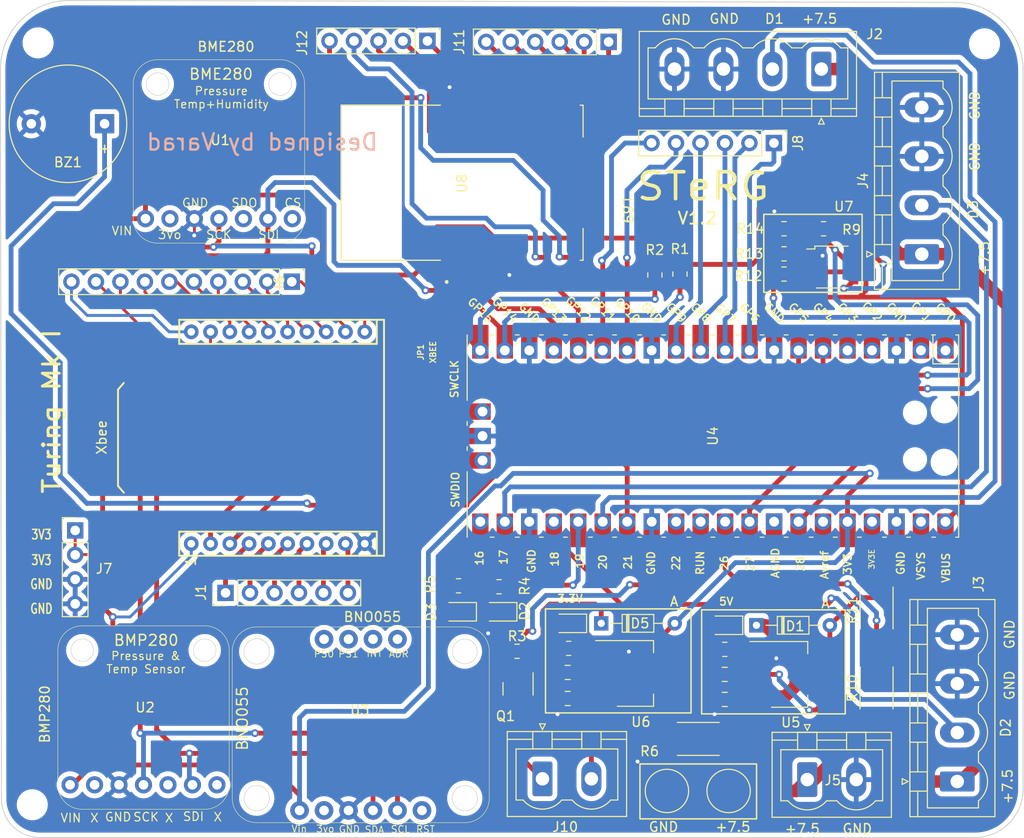
<source format=kicad_pcb>
(kicad_pcb (version 20211014) (generator pcbnew)
  (layers (0 "F.Cu" signal) (31 "B.Cu" signal) (34 "B.Paste" user) (35 "F.Paste" user) (36 "B.SilkS" user "B.Silkscreen") (37 "F.SilkS" user "F.Silkscreen") (38 "B.Mask" user) (39 "F.Mask" user) (44 "Edge.Cuts" user))
  (net 0 "")
  (net 1 "Net-(BZ1-Pad1)")
  (net 2 "GND")
  (net 3 "+7.5V")
  (net 4 "VBUS")
  (net 5 "+3.3V")
  (net 6 "Net-(D2-Pad2)")
  (net 7 "Net-(D3-Pad2)")
  (net 8 "Net-(D4-Pad2)")
  (net 9 "Net-(D6-Pad2)")
  (net 10 "Net-(J1-Pad1)")
  (net 11 "Net-(J1-Pad2)")
  (net 12 "Net-(J1-Pad3)")
  (net 13 "Net-(J1-Pad4)")
  (net 14 "Net-(J1-Pad5)")
  (net 15 "Net-(J1-Pad6)")
  (net 16 "/motor_1")
  (net 17 "/motor_2")
  (net 18 "/motor_3")
  (net 19 "Net-(J6-Pad1)")
  (net 20 "Net-(J6-Pad2)")
  (net 21 "Net-(J6-Pad3)")
  (net 22 "Net-(J6-Pad4)")
  (net 23 "Net-(J6-Pad5)")
  (net 24 "Net-(J6-Pad6)")
  (net 25 "Net-(J6-Pad7)")
  (net 26 "Net-(J6-Pad8)")
  (net 27 "Net-(J6-Pad9)")
  (net 28 "Net-(J6-Pad10)")
  (net 29 "Net-(J8-Pad1)")
  (net 30 "Net-(J8-Pad2)")
  (net 31 "Net-(J8-Pad3)")
  (net 32 "Net-(J8-Pad4)")
  (net 33 "Net-(J8-Pad5)")
  (net 34 "Net-(J8-Pad6)")
  (net 39 "Net-(J10-Pad1)")
  (net 40 "Net-(J10-Pad2)")
  (net 41 "Net-(J11-Pad1)")
  (net 42 "Net-(J11-Pad2)")
  (net 43 "Net-(J11-Pad3)")
  (net 44 "Net-(J11-Pad4)")
  (net 45 "Net-(J11-Pad5)")
  (net 46 "Net-(J11-Pad6)")
  (net 47 "Net-(J12-Pad1)")
  (net 48 "Net-(J12-Pad2)")
  (net 49 "Net-(J12-Pad3)")
  (net 50 "Net-(J12-Pad4)")
  (net 51 "Net-(J12-Pad5)")
  (net 52 "Net-(Q1-Pad1)")
  (net 53 "/SDA")
  (net 54 "/SCL")
  (net 55 "/nichrome_gpio")
  (net 56 "Net-(R4-Pad2)")
  (net 57 "Net-(R5-Pad2)")
  (net 58 "/pico_ADC_2")
  (net 59 "/pico_ADC_0")
  (net 60 "/pico_ADC_1")
  (net 69 "/Xbee_Rx")
  (net 70 "/Xbee_Tx")
  (net 71 "/uart0_Tx")
  (net 72 "/uart0_Rx")
  (net 73 "/run")
  (footprint "Connector_PinHeader_2.54mm:PinHeader_1x06_P2.54mm_Vertical" (layer "F.Cu") (at 123.05 116.5 90)
    (fp_text reference "J1")
    (fp_text value "Conn_01x06_Male" hide)
  )
  (footprint "Capacitor_SMD:C_0805_2012Metric_Pad1.18x1.45mm_HandSolder" (layer "F.Cu") (at 174.85 127.566051 180)
    (fp_text reference "C1" hide)
    (fp_text value "C_Small" hide)
  )
  (footprint "varad_lib:XBEE-SILK" (layer "F.Cu") (at 139.49467 100.4 90)
    (fp_text reference "JP1")
    (fp_text value "XBEE")
  )
  (footprint "Resistor_SMD:R_0805_2012Metric_Pad1.20x1.40mm_HandSolder" (layer "F.Cu") (at 174.85 122.366051)
    (fp_text reference "R7" hide)
    (fp_text value "R_Small_US" hide)
  )
  (footprint "Connector_Phoenix_MSTB:PhoenixContact_MSTBVA_2,5_2-G-5,08_1x02_P5.08mm_Vertical" (layer "F.Cu") (at 155.9325 135.808551)
    (fp_text reference "J10")
    (fp_text value "nichrome")
  )
  (footprint "Connector_PinHeader_2.54mm:PinHeader_1x05_P2.54mm_Vertical" (layer "F.Cu") (at 144 59.2 -90)
    (fp_text reference "J12")
    (fp_text value "Conn_01x05_Male" hide)
  )
  (footprint "LED_SMD:LED_0805_2012Metric_Pad1.15x1.40mm_HandSolder" (layer "F.Cu") (at 174.85 119.866051 180)
    (fp_text reference "D4" hide)
    (fp_text value "5V_led" hide)
  )
  (footprint "Resistor_SMD:R_0805_2012Metric_Pad1.20x1.40mm_HandSolder" (layer "F.Cu") (at 158.65 122.266051)
    (fp_text reference "R8" hide)
    (fp_text value "R_Small_US" hide)
  )
  (footprint "Connector_PinHeader_2.54mm:PinHeader_1x10_P2.54mm_Vertical" (layer "F.Cu") (at 129.925 84.2 -90)
    (fp_text reference "J6")
    (fp_text value "Conn_01x10_Male" hide)
  )
  (footprint "MountingHole:MountingHole_2.2mm_M2" (layer "F.Cu") (at 201.8 59.5)
    (fp_text reference "REF**" hide)
    (fp_text value "MountingHole_2.2mm_M2" hide)
  )
  (footprint "Capacitor_SMD:C_0805_2012Metric_Pad1.18x1.45mm_HandSolder" (layer "F.Cu") (at 158.55 124.766051 180)
    (fp_text reference "C4" hide)
    (fp_text value "C_Small" hide)
  )
  (footprint "Resistor_SMD:R_0805_2012Metric_Pad1.20x1.40mm_HandSolder" (layer "F.Cu") (at 181 83.4 180)
    (fp_text reference "R12")
    (fp_text value "R_Small_US" hide)
  )
  (footprint "Package_TO_SOT_SMD:SOT-223-3_TabPin2" (layer "F.Cu") (at 181.55 124.966051)
    (fp_text reference "U5")
    (fp_text value "LM1117-5.0" hide)
  )
  (footprint "Resistor_SMD:R_0805_2012Metric_Pad1.20x1.40mm_HandSolder" (layer "F.Cu") (at 181 78.7)
    (fp_text reference "R14")
    (fp_text value "R_Small_US" hide)
  )
  (footprint "Package_TO_SOT_SMD:SuperSOT-8" (layer "F.Cu") (at 186 82.7)
    (fp_text reference "U7")
    (fp_text value "MCP6002-xSN" hide)
  )
  (footprint "MountingHole:MountingHole_2.2mm_M2" (layer "F.Cu") (at 103.6 59.4)
    (fp_text reference "REF**" hide)
    (fp_text value "MountingHole_2.2mm_M2" hide)
  )
  (footprint "Connector_Phoenix_MSTB:PhoenixContact_MSTBVA_2,5_4-G-5,08_1x04_P5.08mm_Vertical" (layer "F.Cu") (at 195.295 81.34 90)
    (fp_text reference "J4")
    (fp_text value "Conn_01x04_Male" hide)
  )
  (footprint "varad_lib:BNO055_Varad" (layer "F.Cu") (at 136.983526 129.166051)
    (fp_text reference "U3")
    (fp_text value "BNO055_Varad")
    (fp_circle (center 10.893949 -6.586051) (end 12.176454 -6.586051) (layer "Edge.Cuts") (width 0.06) (fill none))
    (fp_circle (center -10.696051 8.653949) (end -9.378735 8.653949) (layer "Edge.Cuts") (width 0.06) (fill none))
    (fp_circle (center -10.696051 -6.586051) (end -9.374508 -6.586051) (layer "Edge.Cuts") (width 0.06) (fill none))
    (fp_circle (center 10.893949 8.653949) (end 12.211153 8.653949) (layer "Edge.Cuts") (width 0.06) (fill none))
  )
  (footprint "Diode_THT:D_DO-34_SOD68_P7.62mm_Horizontal" (layer "F.Cu") (at 178.135 119.866051)
    (fp_text reference "D1")
    (fp_text value "1N4007" hide)
  )
  (footprint "Resistor_SMD:R_2512_6332Metric_Pad1.40x3.35mm_HandSolder" (layer "F.Cu") (at 190.6 126.366051 90)
    (fp_text reference "R10")
    (fp_text value "R_US" hide)
  )
  (footprint "LED_SMD:LED_0805_2012Metric_Pad1.15x1.40mm_HandSolder" (layer "F.Cu") (at 147.225 118.466051 180)
    (fp_text reference "D3")
    (fp_text value "LED" hide)
  )
  (footprint "Resistor_SMD:R_0805_2012Metric_Pad1.20x1.40mm_HandSolder" (layer "F.Cu") (at 181 81.3)
    (fp_text reference "R13")
    (fp_text value "R_Small_US" hide)
  )
  (footprint "LED_SMD:LED_0805_2012Metric_Pad1.15x1.40mm_HandSolder" (layer "F.Cu") (at 151.425 118.466051 180)
    (fp_text reference "D2")
    (fp_text value "LED" hide)
  )
  (footprint "Connector_Phoenix_MSTB:PhoenixContact_MSTBVA_2,5_4-G-5,08_1x04_P5.08mm_Vertical" (layer "F.Cu") (at 198.9725 136.086051 90)
    (fp_text reference "J3")
    (fp_text value "Conn_01x04_Male" hide)
  )
  (footprint "Capacitor_SMD:C_0805_2012Metric_Pad1.18x1.45mm_HandSolder" (layer "F.Cu") (at 174.85 124.966051 180)
    (fp_text reference "C2" hide)
    (fp_text value "C_Small" hide)
  )
  (footprint "Package_TO_SOT_SMD:SOT-223-3_TabPin2" (layer "F.Cu") (at 165.55 124.866051)
    (fp_text reference "U6")
    (fp_text value "LM1117-3.3" hide)
  )
  (footprint "Resistor_SMD:R_0805_2012Metric_Pad1.20x1.40mm_HandSolder" (layer "F.Cu") (at 147.225 115.766051)
    (fp_text reference "R5")
    (fp_text value "R_Small_US" hide)
  )
  (footprint "Resistor_SMD:R_0805_2012Metric_Pad1.20x1.40mm_HandSolder" (layer "F.Cu") (at 153.3 122.566051)
    (fp_text reference "R3")
    (fp_text value "R_Small_US" hide)
  )
  (footprint "Diode_THT:D_DO-34_SOD68_P7.62mm_Horizontal" (layer "F.Cu") (at 162.035 119.666051)
    (fp_text reference "D5")
    (fp_text value "1N4007" hide)
  )
  (footprint "Connector_Phoenix_MSTB:PhoenixContact_MSTBVA_2,5_2-G-5,08_1x02_P5.08mm_Vertical" (layer "F.Cu") (at 183.41 135.888551)
    (fp_text reference "J5")
    (fp_text value "Main_Pwr-IN" hide)
  )
  (footprint "Resistor_SMD:R_2512_6332Metric_Pad1.40x3.35mm_HandSolder" (layer "F.Cu") (at 172.1 131.666051)
    (fp_text reference "R6")
    (fp_text value "R_Small_US" hide)
  )
  (footprint "MountingHole:MountingHole_2.2mm_M2" (layer "F.Cu") (at 103 138.5)
    (fp_text reference "REF**" hide)
    (fp_text value "MountingHole_2.2mm_M2" hide)
  )
  (footprint "Resistor_SMD:R_2512_6332Metric_Pad1.40x3.35mm_HandSolder" (layer "F.Cu") (at 190.6 118.066051 90)
    (fp_text reference "R11")
    (fp_text value "R_US" hide)
  )
  (footprint "Resistor_SMD:R_0805_2012Metric_Pad1.20x1.40mm_HandSolder" (layer "F.Cu") (at 185.1 78.7 180)
    (fp_text reference "R9")
    (fp_text value "R_Small_US" hide)
  )
  (footprint "Connector_PinHeader_2.54mm:PinHeader_1x06_P2.54mm_Vertical" (layer "F.Cu") (at 162.8 59.3 -90)
    (fp_text reference "J11")
    (fp_text value "Conn_01x06_Male" hide)
  )
  (footprint "varad_lib:BME280_Varad" (layer "F.Cu") (at 122.5 70)
    (fp_text reference "U1")
    (fp_text value "BME280_varad")
    (fp_circle (center 6.213949 -6.316051) (end 7.391866 -6.316051) (layer "Edge.Cuts") (width 0.06) (fill none))
    (fp_circle (center -6.486051 -6.316051) (end -5.312059 -6.316051) (layer "Edge.Cuts") (width 0.06) (fill none))
  )
  (footprint "varad_lib:XCVR_L89" (layer "F.Cu") (at 147.5975 73.92 90)
    (fp_text reference "U8")
    (fp_text value "L89" hide)
  )
  (footprint "varad_lib:RPi_Pico_SMD_TH" (layer "F.Cu") (at 173.6175 100.22 -90)
    (fp_text reference "U4")
    (fp_text value "Pico")
  )
  (footprint "TestPoint:TestPoint_Pad_D4.0mm" (layer "F.Cu") (at 168.85 137.066051)
    (fp_text reference "TP2" hide)
    (fp_text value "TestPoint" hide)
  )
  (footprint "Package_TO_SOT_SMD:SOT-23" (layer "F.Cu") (at 153.4 126.466051 -90)
    (fp_text reference "Q1")
    (fp_text value "BC847" hide)
  )
  (footprint "Connector_PinHeader_2.54mm:PinHeader_1x04_P2.54mm_Vertical" (layer "F.Cu") (at 107.45 110.02)
    (fp_text reference "J7")
    (fp_text value "Conn_02x02_Odd_Even" hide)
  )
  (footprint "Resistor_SMD:R_0805_2012Metric_Pad1.20x1.40mm_HandSolder" (layer "F.Cu") (at 167.6 83.5 -90)
    (fp_text reference "R2")
    (fp_text value "R_Small_US" hide)
  )
  (footprint "TestPoint:TestPoint_Pad_D4.0mm" (layer "F.Cu") (at 175.25 137.066051)
    (fp_text reference "TP1" hide)
    (fp_text value "TestPoint" hide)
  )
  (footprint "Capacitor_SMD:C_0805_2012Metric_Pad1.18x1.45mm_HandSolder" (layer "F.Cu") (at 158.55 127.466051 180)
    (fp_text reference "C3" hide)
    (fp_text value "C_Small" hide)
  )
  (footprint "LED_SMD:LED_0805_2012Metric_Pad1.15x1.40mm_HandSolder" (layer "F.Cu") (at 158.65 119.666051 180)
    (fp_text reference "D6" hide)
    (fp_text value "3V_LED" hide)
  )
  (footprint "Connector_PinHeader_2.54mm:PinHeader_1x06_P2.54mm_Vertical" (layer "F.Cu") (at 179.95 69.8 -90)
    (fp_text reference "J8")
    (fp_text value "Conn_01x06_Male" hide)
  )
  (footprint "Resistor_SMD:R_0805_2012Metric_Pad1.20x1.40mm_HandSolder" (layer "F.Cu") (at 170.2 83.4 -90)
    (fp_text reference "R1")
    (fp_text value "R_Small_US" hide)
  )
  (footprint "Connector_Phoenix_MSTB:PhoenixContact_MSTBVA_2,5_4-G-5,08_1x04_P5.08mm_Vertical" (layer "F.Cu") (at 184.8725 62.12 180)
    (fp_text reference "J2")
    (fp_text value "Conn_01x04_Male" hide)
  )
  (footprint "Buzzer_Beeper:Buzzer_12x9.5RM7.6" (layer "F.Cu") (at 110.5 67.8 180)
    (fp_text reference "BZ1")
    (fp_text value "Buzzer")
  )
  (footprint "varad_lib:BMP280_Varad" (layer "F.Cu") (at 114.7 128.9)
    (fp_text reference "U2")
    (fp_text value "BMP280_Varad")
    (fp_circle (center 6.19 -6.44) (end 7.362732 -6.44) (layer "Edge.Cuts") (width 0.06) (fill none))
    (fp_circle (center -6.51 -6.44) (end -5.341582 -6.44) (layer "Edge.Cuts") (width 0.06) (fill none))
  )
  (footprint "Resistor_SMD:R_0805_2012Metric_Pad1.20x1.40mm_HandSolder" (layer "F.Cu") (at 151.425 115.866051)
    (fp_text reference "R4")
    (fp_text value "R_Small_US" hide)
  )
  (gr_rect (start 172.45 118.266051) (end 187.35 129.066051) (layer "F.SilkS") (width 0.15) (fill none))
  (gr_rect (start 178.9 77.2) (end 189.1 85.3) (layer "F.SilkS") (width 0.15) (fill none))
  (gr_rect (start 166.05 134.266051) (end 178.15 139.966051) (layer "F.SilkS") (width 0.15) (fill none))
  (gr_rect (start 156.25 118.166051) (end 171.35 128.966051) (layer "F.SilkS") (width 0.15) (fill none))
  (gr_arc (start 103.8 141.9) (mid 100.971573 140.728427) (end 99.8 137.9) (layer "Edge.Cuts") (width 0.1))
  (gr_line (start 205.8 136.9) (end 205.8 62.2) (layer "Edge.Cuts") (width 0.1))
  (gr_arc (start 205.8 136.9) (mid 204.335534 140.435534) (end 200.8 141.9) (layer "Edge.Cuts") (width 0.1))
  (gr_line (start 103.8 141.9) (end 200.8 141.9) (layer "Edge.Cuts") (width 0.1))
  (gr_line (start 198.8 55.2) (end 106.8 55) (layer "Edge.Cuts") (width 0.1))
  (gr_arc (start 99.7 62.1) (mid 101.779542 57.079542) (end 106.8 55) (layer "Edge.Cuts") (width 0.1))
  (gr_line (start 99.7 62.1) (end 99.8 137.9) (layer "Edge.Cuts") (width 0.1))
  (gr_arc (start 198.8 55.2) (mid 203.749747 57.250253) (end 205.8 62.2) (layer "Edge.Cuts") (width 0.1))
  (gr_text "Designed by Varad" (at 126.85 69.7) (layer "B.SilkS") (effects (font (size 1.7 1.7) (thickness 0.245)) (justify mirror)))
  (gr_text "GND" (at 168.5 140.8) (layer "F.SilkS") (effects (font (size 1 1))))
  (gr_text "RUN" (at 172.3 113.4 90) (layer "F.SilkS") (effects (font (size 0.8 0.8))))
  (gr_text "GND" (at 154.8 113.2 90) (layer "F.SilkS") (effects (font (size 0.8 0.8))))
  (gr_text "GND" (at 103.95 115.6) (layer "F.SilkS") (effects (font (size 1.016 0.75) (thickness 0.1524))))
  (gr_text "+7.5" (at 175.7 140.8) (layer "F.SilkS") (effects (font (size 1 1))))
  (gr_text "STeRG" (at 172.6 74.3) (layer "F.SilkS") (effects (font (size 2.8 3) (thickness 0.38))))
  (gr_text "Turing Mk I\n" (at 105 97.65 90) (layer "F.SilkS") (effects (font (size 1.75 2) (thickness 0.3))))
  (gr_text "+7.5" (at 184.7 56.9) (layer "F.SilkS") (effects (font (size 1 1))))
  (gr_text "19" (at 159.8 113.2 90) (layer "F.SilkS") (effects (font (size 0.8 0.8))))
  (gr_text "GND" (at 204.4 120.8 90) (layer "F.SilkS") (effects (font (size 1 1))))
  (gr_text "22" (at 169.8 113.4 90) (layer "F.SilkS") (effects (font (size 0.8 0.8))))
  (gr_text "X" (at 117.7 139.35) (layer "F.SilkS") (effects (font (size 0.89408 0.89408) (thickness 0.12192)) (justify right top)))
  (gr_text "D1" (at 180 56.9) (layer "F.SilkS") (effects (font (size 1 1))))
  (gr_text "BMP280\n" (at 104.3 129.1 90) (layer "F.SilkS") (effects (font (size 1 1))))
  (gr_text "GND" (at 135.9 141.05) (layer "F.SilkS") (effects (font (size 0.715264 0.715264) (thickness 0.097536))))
  (gr_text "D2" (at 204 130.5 90) (layer "F.SilkS") (effects (font (size 1 1))))
  (gr_text "Vin" (at 130.7 141) (layer "F.SilkS") (effects (font (size 0.715264 0.715264) (thickness 0.097536))))
  (gr_text "D3" (at 200.6 76.7 90) (layer "F.SilkS") (effects (font (size 1 1))))
  (gr_text "L89" (at 164.8 76.8 270) (layer "F.SilkS") (effects (font (size 1 1))))
  (gr_text "GND" (at 188.6 141) (layer "F.SilkS") (effects (font (size 1 1))))
  (gr_text "3V3" (at 187.6 113.5 90) (layer "F.SilkS") (effects (font (size 0.8 0.8))))
  (gr_text "+7.5" (at 182.9 141) (layer "F.SilkS") (effects (font (size 1 1))))
  (gr_text "3V3" (at 103.95 110.45) (layer "F.SilkS") (effects (font (size 1 0.75) (thickness 0.1524))))
  (gr_text "26" (at 174.8 113.4 90) (layer "F.SilkS") (effects (font (size 0.8 0.8))))
  (gr_text "3.3V" (at 158.8 117.1) (layer "F.SilkS") (effects (font (size 0.8 0.8))))
  (gr_text "16" (at 149.4 112.9 90) (layer "F.SilkS") (effects (font (size 0.8 0.8))))
  (gr_text "Xbee\n" (at 110.2 100.35 90) (layer "F.SilkS") (effects (font (size 1 1))))
  (gr_text "GND" (at 169.8 57) (layer "F.SilkS") (effects (font (size 1 1))))
  (gr_text "Avref" (at 185.2 113.6 90) (layer "F.SilkS") (effects (font (size 0.8 0.8))))
  (gr_text "17" (at 151.9 112.8 90) (layer "F.SilkS") (effects (font (size 0.8 0.8))))
  (gr_text "AGND" (at 180.1 113.4 90) (layer "F.SilkS") (effects (font (size 0.8 0.8))))
  (gr_text "27" (at 177.5 113.5 90) (layer "F.SilkS") (effects (font (size 0.8 0.8))))
  (gr_text "+7.5" (at 201.8 81.8 90) (layer "F.SilkS") (effects (font (size 1 1))))
  (gr_text "BME280\n" (at 123.1 59.8) (layer "F.SilkS") (effects (font (size 1 1))))
  (gr_text "V1.2" (at 172 77.6) (layer "F.SilkS") (effects (font (size 1.25 1.25) (thickness 0.2))))
  (gr_text "X" (at 109.95 139.35) (layer "F.SilkS") (effects (font (size 0.89408 0.89408) (thickness 0.12192)) (justify right top)))
  (gr_text "5V" (at 175 117.4) (layer "F.SilkS") (effects (font (size 0.8 0.8))))
  (gr_text "GND" (at 200.8 71.2 90) (layer "F.SilkS") (effects (font (size 1 1))))
  (gr_text "GND" (at 193.1 113.4 90) (layer "F.SilkS") (effects (font (size 0.8 0.8))))
  (gr_text "GND" (at 204.4 126.1 90) (layer "F.SilkS") (effects (font (size 1 1))))
  (gr_text "RST" (at 143.8 141.05) (layer "F.SilkS") (effects (font (size 0.715264 0.715264) (thickness 0.097536))))
  (gr_text "GND" (at 174.8 56.9) (layer "F.SilkS") (effects (font (size 1 1))))
  (gr_text "GND" (at 103.95 118.15) (layer "F.SilkS") (effects (font (size 1.016 0.75) (thickness 0.1524))))
  (gr_text "3vo" (at 133.4 141) (layer "F.SilkS") (effects (font (size 0.715264 0.715264) (thickness 0.097536))))
  (gr_text "SCL" (at 141.2 141.05) (layer "F.SilkS") (effects (font (size 0.715264 0.715264) (thickness 0.097536))))
  (gr_text "21" (at 164.8 113.3 90) (layer "F.SilkS") (effects (font (size 0.8 0.8))))
  (gr_text "X" (at 122.75 139.25) (layer "F.SilkS") (effects (font (size 0.89408 0.89408) (thickness 0.12192)) (justify right top)))
  (gr_text "3V3" (at 103.95 113.1) (layer "F.SilkS") (effects (font (size 1.016 0.75) (thickness 0.1524))))
  (gr_text "SDA" (at 138.5 141.1) (layer "F.SilkS") (effects (font (size 0.715264 0.715264) (thickness 0.097536))))
  (gr_text "VBUS" (at 197.8 113.9 90) (layer "F.SilkS") (effects (font (size 0.8 0.8))))
  (gr_text "GND" (at 200.8 65.9 90) (layer "F.SilkS") (effects (font (size 1 1))))
  (gr_text "20" (at 162.2 113.3 90) (layer "F.SilkS") (effects (font (size 0.8 0.8))))
  (gr_text "GND" (at 167.2 113.4 90) (layer "F.SilkS") (effects (font (size 0.8 0.8))))
  (gr_text "28" (at 182.7 113.5 90) (layer "F.SilkS") (effects (font (size 0.8 0.8))))
  (gr_text "+7.5" (at 204.2 136.6 90) (layer "F.SilkS") (effects (font (size 1 1))))
  (gr_text "3V3E" (at 190.1 113 90) (layer "F.SilkS") (effects (font (size 0.57 0.57) (thickness 0.1))))
  (gr_text "BNO055\n" (at 138.3 119) (layer "F.SilkS") (effects (font (size 1 1))))
  (gr_text "18" (at 157.2 113 90) (layer "F.SilkS") (effects (font (size 0.8 0.8))))
  (segment (start 164.7275 103.4275) (end 164.7 103.4) (width 0.5) (layer "F.Cu") (net 1))
  (segment (start 148.1 107.2) (end 148.1 107.4) (width 0.5) (layer "F.Cu") (net 1))
  (segment (start 164.7 103.4) (end 163.9 102.6) (width 0.5) (layer "F.Cu") (net 1))
  (segment (start 152.7 102.6) (end 148.1 107.2) (width 0.5) (layer "F.Cu") (net 1))
  (segment (start 163.9 102.6) (end 152.7 102.6) (width 0.5) (layer "F.Cu") (net 1))
  (segment (start 164.7275 109.11) (end 164.7275 103.4275) (width 0.5) (layer "F.Cu") (net 1))
  (segment (start 131.7 107.4) (end 131.5 107.2) (width 0.5) (layer "F.Cu") (net 1))
  (segment (start 148.1 107.4) (end 131.7 107.4) (width 0.5) (layer "F.Cu") (net 1))
  (via (at 131.5 107.2) (size 0.8) (drill 0.4) (layers "F.Cu" "B.Cu") (net 1))
  (segment (start 107.7 76.1) (end 110.5 73.3) (width 0.5) (layer "B.Cu") (net 1))
  (segment (start 131.5 107.2) (end 108.65 107.2) (width 0.5) (layer "B.Cu") (net 1))
  (segment (start 105.2 76.1) (end 107.7 76.1) (width 0.5) (layer "B.Cu") (net 1))
  (segment (start 100.8 87.5) (end 100.8 80.5) (width 0.5) (layer "B.Cu") (net 1))
  (segment (start 100.8 80.5) (end 105.2 76.1) (width 0.5) (layer "B.Cu") (net 1))
  (segment (start 108.05 106.55) (end 105.9 104.4) (width 0.5) (layer "B.Cu") (net 1))
  (segment (start 108.7 107.24) (end 108.1 106.64) (width 0.5) (layer "B.Cu") (net 1))
  (segment (start 105.9 92.6) (end 100.8 87.5) (width 0.5) (layer "B.Cu") (net 1))
  (segment (start 108.1 106.64) (end 108.1 106.59) (width 0.5) (layer "B.Cu") (net 1))
  (segment (start 110.5 73.3) (end 110.5 67.8) (width 0.5) (layer "B.Cu") (net 1))
  (segment (start 105.9 104.4) (end 105.9 92.6) (width 0.5) (layer "B.Cu") (net 1))
  (segment (start 152.45 118.55) (end 150.3 120.7) (width 0.3) (layer "F.Cu") (net 2))
  (segment (start 185.073 84.127) (end 183.8 84.127) (width 0.5) (layer "F.Cu") (net 2))
  (segment (start 159.675 119.666051) (end 159.675 119.841051) (width 0.5) (layer "F.Cu") (net 2))
  (segment (start 146.2475 66.17) (end 146.2475 64.0525) (width 0.3) (layer "F.Cu") (net 2))
  (segment (start 175.875 120.141051) (end 178.4 122.666051) (width 0.5) (layer "F.Cu") (net 2))
  (segment (start 180 78.7) (end 180 76.9) (width 0.5) (layer "F.Cu") (net 2))
  (segment (start 185.3 83.2) (end 185.3 83.9) (width 0.5) (layer "F.Cu") (net 2))
  (segment (start 119.823949 79.376051) (end 119.8 79.4) (width 0.3) (layer "F.Cu") (net 2))
  (segment (start 150.9 121.3) (end 150.9 125.1) (width 0.3) (layer "F.Cu") (net 2))
  (segment (start 192.6675 112.948551) (end 190.6 115.016051) (width 0.5) (layer "F.Cu") (net 2))
  (segment (start 146.2475 64.0525) (end 146.3 64) (width 0.3) (layer "F.Cu") (net 2))
  (segment (start 162.4 122.566051) (end 164.866051 122.566051) (width 0.5) (layer "F.Cu") (net 2))
  (segment (start 185.3 82.7) (end 185.3 83.2) (width 0.5) (layer "F.Cu") (net 2))
  (segment (start 173.8125 129.0875) (end 173.8 129.1) (width 0.5) (layer "F.Cu") (net 2))
  (segment (start 157.5125 127.466051) (end 157.5125 129.0875) (width 0.5) (layer "F.Cu") (net 2))
  (segment (start 183.8 82.225) (end 184.825 82.225) (width 0.5) (layer "F.Cu") (net 2))
  (segment (start 179.566051 122.666051) (end 180.2 123.3) (width 0.5) (layer "F.Cu") (net 2))
  (segment (start 188.2 83.175) (end 185.325 83.175) (width 0.5) (layer "F.Cu") (net 2))
  (segment (start 151.3275 82.3275) (end 152.5 83.5) (width 0.3) (layer "F.Cu") (net 2))
  (segment (start 148.25 118.466051) (end 148.25 118.65) (width 0.3) (layer "F.Cu") (net 2))
  (segment (start 152.45 118.466051) (end 152.45 118.55) (width 0.3) (layer "F.Cu") (net 2))
  (segment (start 157.5125 129.0875) (end 157.5 129.1) (width 0.5) (layer "F.Cu") (net 2))
  (segment (start 150.9 125.1) (end 151.328551 125.528551) (width 0.3) (layer "F.Cu") (net 2))
  (segment (start 175.875 119.866051) (end 175.875 120.141051) (width 0.5) (layer "F.Cu") (net 2))
  (segment (start 151.3275 81.67) (end 151.3275 82.3275) (width 0.3) (layer "F.Cu") (net 2))
  (segment (start 150.3 120.7) (end 150.9 121.3) (width 0.3) (layer "F.Cu") (net 2))
  (segment (start 164.866051 122.566051) (end 164.9 122.6) (width 0.5) (layer "F.Cu") (net 2))
  (segment (start 151.328551 125.528551) (end 152.45 125.528551) (width 0.3) (layer "F.Cu") (net 2))
  (segment (start 180 78.7) (end 180 81.3) (width 0.5) (layer "F.Cu") (net 2))
  (segment (start 119.823949 77.653949) (end 119.823949 79.376051) (width 0.3) (layer "F.Cu") (net 2))
  (segment (start 184.825 82.225) (end 185.3 82.7) (width 0.5) (layer "F.Cu") (net 2))
  (segment (start 159.675 119.841051) (end 162.4 122.566051) (width 0.5) (layer "F.Cu") (net 2))
  (segment (start 157.5125 127.466051) (end 157.5125 124.766051) (width 0.5) (layer "F.Cu") (net 2))
  (segment (start 185.325 83.175) (end 185.3 83.2) (width 0.5) (layer "F.Cu") (net 2))
  (segment (start 178.4 122.666051) (end 179.566051 122.666051) (width 0.5) (layer "F.Cu") (net 2))
  (segment (start 173.8125 127.566051) (end 173.8125 129.0875) (width 0.5) (layer "F.Cu") (net 2))
  (segment (start 185 82.05) (end 184.825 82.225) (width 0.3) (layer "F.Cu") (net 2))
  (segment (start 173.8125 127.566051) (end 173.8125 124.966051) (width 0.5) (layer "F.Cu") (net 2))
  (segment (start 107.45 117.64) (end 107.45 115.1) (width 0.3) (layer "F.Cu") (net 2))
  (segment (start 185.3 83.9) (end 185.073 84.127) (width 0.5) (layer "F.Cu") (net 2))
  (segment (start 192.6675 109.11) (end 192.6675 112.948551) (width 0.5) (layer "F.Cu") (net 2))
  (segment (start 185 81.5) (end 185 82.05) (width 0.3) (layer "F.Cu") (net 2))
  (segment (start 148.25 118.65) (end 150.3 120.7) (width 0.3) (layer "F.Cu") (net 2))
  (segment (start 165.8 134.016051) (end 168.85 137.066051) (width 1.3) (layer "F.Cu") (net 2))
  (via (at 152.5 83.5) (size 0.8) (drill 0.4) (layers "F.Cu" "B.Cu") (net 2))
  (via (at 180.2 123.3) (size 0.8) (drill 0.4) (layers "F.Cu" "B.Cu") (net 2))
  (via (at 146.3 64) (size 0.8) (drill 0.4) (layers "F.Cu" "B.Cu") (net 2))
  (via (at 157.5 129.1) (size 0.8) (drill 0.4) (layers "F.Cu" "B.Cu") (net 2))
  (via (at 185 81.5) (size 0.8) (drill 0.4) (layers "F.Cu" "B.Cu") (net 2))
  (via (at 165.8 134.016051) (size 0.8) (drill 0.4) (layers "F.Cu" "B.Cu") (net 2))
  (via (at 164.9 122.6) (size 0.8) (drill 0.4) (layers "F.Cu" "B.Cu") (net 2))
  (via (at 173.8 129.1) (size 0.8) (drill 0.4) (layers "F.Cu" "B.Cu") (net 2))
  (via (at 119.8 79.4) (size 0.8) (drill 0.4) (layers "F.Cu" "B.Cu") (net 2))
  (via (at 180 76.9) (size 0.8) (drill 0.4) (layers "F.Cu" "B.Cu") (net 2))
  (via (at 150.3 120.7) (size 0.8) (drill 0.4) (layers "F.Cu" "B.Cu") (net 2))
  (segment (start 193.05 129.416051) (end 194 130.366051) (width 1.3) (layer "F.Cu") (net 3))
  (segment (start 179.05 119.866051) (end 178.135 119.866051) (width 1.3) (layer "F.Cu") (net 3))
  (segment (start 177.5 131.666051) (end 175.15 131.666051) (width 1.3) (layer "F.Cu") (net 3))
  (segment (start 184.1275 135.888551) (end 187.7 132.316051) (width 1.3) (layer "F.Cu") (net 3))
  (segment (start 182.2 123.016051) (end 179.05 119.866051) (width 1.3) (layer "F.Cu") (net 3))
  (segment (start 188.92 62.12) (end 190.5 63.7) (width 1.3) (layer "F.Cu") (net 3))
  (segment (start 178.4 130.766051) (end 177.5 131.666051) (width 1.3) (layer "F.Cu") (net 3))
  (segment (start 190.6 129.416051) (end 193.05 129.416051) (width 1.3) (layer "F.Cu") (net 3))
  (segment (start 184.8725 62.12) (end 188.92 62.12) (width 1.3) (layer "F.Cu") (net 3))
  (segment (start 183.41 135.888551) (end 184.1275 135.888551) (width 1.3) (layer "F.Cu") (net 3))
  (segment (start 181.1 127.266051) (end 182.2 126.166051) (width 1.3) (layer "F.Cu") (net 3))
  (segment (start 195.32 136.086051) (end 198.9725 136.086051) (width 1.3) (layer "F.Cu") (net 3))
  (segment (start 175.25 137.066051) (end 182.2325 137.066051) (width 1.3) (layer "F.Cu") (net 3))
  (segment (start 195.295 81.34) (end 198.56 81.34) (width 1.3) (layer "F.Cu") (net 3))
  (segment (start 204.2 131.2) (end 199.28 136.12) (width 1.3) (layer "F.Cu") (net 3))
  (segment (start 175.15 136.966051) (end 175.25 137.066051) (width 1.3) (layer "F.Cu") (net 3))
  (segment (start 189.083949 129.416051) (end 190.6 129.416051) (width 1.3) (layer "F.Cu") (net 3))
  (segment (start 190.5 63.7) (end 190.5 78.8) (width 1.3) (layer "F.Cu") (net 3))
  (segment (start 194 134.766051) (end 195.32 136.086051) (width 1.3) (layer "F.Cu") (net 3))
  (segment (start 178.1 127.566051) (end 178.4 127.266051) (width 1.3) (layer "F.Cu") (net 3))
  (segment (start 194 130.366051) (end 194 134.766051) (width 1.3) (layer "F.Cu") (net 3))
  (segment (start 204.2 86.7) (end 204.2 131.2) (width 1.3) (layer "F.Cu") (net 3))
  (segment (start 198.7 81.2) (end 204.2 86.7) (width 1.3) (layer "F.Cu") (net 3))
  (segment (start 182.2325 137.066051) (end 183.41 135.888551) (width 1.3) (layer "F.Cu") (net 3))
  (segment (start 182.2 126.166051) (end 182.2 123.016051) (width 1.3) (layer "F.Cu") (net 3))
  (segment (start 187.7 132.316051) (end 187.7 130.8) (width 1.3) (layer "F.Cu") (net 3))
  (segment (start 175.8875 127.566051) (end 178.1 127.566051) (width 1.3) (layer "F.Cu") (net 3))
  (segment (start 175.15 131.666051) (end 175.15 136.966051) (width 1.3) (layer "F.Cu") (net 3))
  (segment (start 193.04 81.34) (end 195.295 81.34) (width 1.3) (layer "F.Cu") (net 3))
  (segment (start 190.5 78.8) (end 193.04 81.34) (width 1.3) (layer "F.Cu") (net 3))
  (segment (start 178.4 127.266051) (end 178.4 130.766051) (width 1.3) (layer "F.Cu") (net 3))
  (segment (start 178.4 127.266051) (end 181.1 127.266051) (width 1.3) (layer "F.Cu") (net 3))
  (segment (start 187.7 130.8) (end 189.083949 129.416051) (width 1.3) (layer "F.Cu") (net 3))
  (segment (start 198.56 81.34) (end 198.7 81.2) (width 1.3) (layer "F.Cu") (net 3))
  (segment (start 156 118.366051) (end 156.7 117.666051) (width 0.5) (layer "F.Cu") (net 4))
  (segment (start 184.7 123.166051) (end 185.755 122.111051) (width 0.5) (layer "F.Cu") (net 4))
  (segment (start 182 83.4) (end 182.225 83.175) (width 0.5) (layer "F.Cu") (net 4))
  (segment (start 175.85 122.366051) (end 175.85 123.716051) (width 0.5) (layer "F.Cu") (net 4))
  (segment (start 197.7475 109.11) (end 199.5 107.3575) (width 0.5) (layer "F.Cu") (net 4))
  (segment (start 188.773 81.273) (end 188.2 81.273) (width 0.5) (layer "F.Cu") (net 4))
  (segment (start 184.7 128.266051) (end 184.7 124.966051) (width 0.5) (layer "F.Cu") (net 4))
  (segment (start 182 83.4) (end 182 85.1) (width 0.5) (layer "F.Cu") (net 4))
  (segment (start 182.225 83.175) (end 183.8 83.175) (width 0.5) (layer "F.Cu") (net 4))
  (segment (start 162.4 129.266051) (end 161.466051 130.2) (width 0.5) (layer "F.Cu") (net 4))
  (segment (start 162.4 127.166051) (end 162.4 129.266051) (width 0.5) (layer "F.Cu") (net 4))
  (segment (start 162.4 129.266051) (end 171 129.266051) (width 0.5) (layer "F.Cu") (net 4))
  (segment (start 184.3 128.666051) (end 184.7 128.266051) (width 0.5) (layer "F.Cu") (net 4))
  (segment (start 161.4 117.666051) (end 162.035 118.301051) (width 0.5) (layer "F.Cu") (net 4))
  (segment (start 171.9 127.466051) (end 171.9 124.116051) (width 0.5) (layer "F.Cu") (net 4))
  (segment (start 188.8 85.8) (end 189.5 85.1) (width 0.5) (layer "F.Cu") (net 4))
  (segment (start 175.8 123.666051) (end 175.85 123.716051) (width 0.5) (layer "F.Cu") (net 4))
  (segment (start 182 85.1) (end 182.7 85.8) (width 0.5) (layer "F.Cu") (net 4))
  (segment (start 182.7 85.8) (end 188.8 85.8) (width 0.5) (layer "F.Cu") (net 4))
  (segment (start 184.7 124.966051) (end 184.7 123.166051) (width 0.5) (layer "F.Cu") (net 4))
  (segment (start 199.5 107.3575) (end 199.5 87.9) (width 0.5) (layer "F.Cu") (net 4))
  (segment (start 171.9 124.116051) (end 172.35 123.666051) (width 0.5) (layer "F.Cu") (net 4))
  (segment (start 162.1 127.466051) (end 162.4 127.166051) (width 0.5) (layer "F.Cu") (net 4))
  (segment (start 185.755 122.111051) (end 185.755 119.866051) (width 0.5) (layer "F.Cu") (net 4))
  (segment (start 197.4 85.8) (end 188.8 85.8) (width 0.5) (layer "F.Cu") (net 4))
  (segment (start 195.9 117) (end 197.7475 115.1525) (width 0.5) (layer "F.Cu") (net 4))
  (segment (start 171 129.266051) (end 171.9 128.366051) (width 0.5) (layer "F.Cu") (net 4))
  (segment (start 175.8875 124.966051) (end 178.4 124.966051) (width 0.5) (layer "F.Cu") (net 4))
  (segment (start 172.35 123.666051) (end 175.8 123.666051) (width 0.5) (layer "F.Cu") (net 4))
  (segment (start 162.035 118.301051) (end 162.035 119.666051) (width 0.5) (layer "F.Cu") (net 4))
  (segment (start 156.7 117.666051) (end 161.4 117.666051) (width 0.5) (layer "F.Cu") (net 4))
  (segment (start 156.6 130.2) (end 156 129.6) (width 0.5) (layer "F.Cu") (net 4))
  (segment (start 159.5875 127.466051) (end 162.1 127.466051) (width 0.5) (layer "F.Cu") (net 4))
  (segment (start 161.466051 130.2) (end 156.6 130.2) (width 0.5) (layer "F.Cu") (net 4))
  (segment (start 171.9 128.366051) (end 171.9 127.466051) (width 0.5) (layer "F.Cu") (net 4))
  (segment (start 156 129.6) (end 156 118.366051) (width 0.5) (layer "F.Cu") (net 4))
  (segment (start 189.5 82) (end 188.773 81.273) (width 0.5) (layer "F.Cu") (net 4))
  (segment (start 199.5 87.9) (end 197.4 85.8) (width 0.5) (layer "F.Cu") (net 4))
  (segment (start 189.5 85.1) (end 189.5 82) (width 0.5) (layer "F.Cu") (net 4))
  (segment (start 188.621051 117) (end 195.9 117) (width 0.5) (layer "F.Cu") (net 4))
  (segment (start 185.755 119.866051) (end 188.621051 117) (width 0.5) (layer "F.Cu") (net 4))
  (segment (start 178.4 124.966051) (end 180.5 124.966051) (width 0.5) (layer "F.Cu") (net 4))
  (segment (start 175.85 124.928551) (end 175.8875 124.966051) (width 0.5) (layer "F.Cu") (net 4))
  (segment (start 175.85 123.716051) (end 175.85 124.928551) (width 0.5) (layer "F.Cu") (net 4))
  (segment (start 183.6 128.666051) (end 184.3 128.666051) (width 0.5) (layer "F.Cu") (net 4))
  (segment (start 197.7475 115.1525) (end 197.7475 109.11) (width 0.5) (layer "F.Cu") (net 4))
  (via (at 183.6 128.666051) (size 0.8) (drill 0.4) (layers "F.Cu" "B.Cu") (net 4))
  (via (at 180.5 124.966051) (size 0.8) (drill 0.4) (layers "F.Cu" "B.Cu") (net 4))
  (segment (start 180.5 125.566051) (end 183.6 128.666051) (width 0.5) (layer "B.Cu") (net 4))
  (segment (start 180.5 124.966051) (end 180.5 125.566051) (width 0.5) (layer "B.Cu") (net 4))
  (segment (start 178.4 76.6) (end 179.1 75.9) (width 0.5) (layer "F.Cu") (net 5))
  (segment (start 115.6 75.2) (end 131.5 75.2) (width 0.5) (layer "F.Cu") (net 5))
  (segment (start 167.6 81.1) (end 167.6 82.5) (width 0.5) (layer "F.Cu") (net 5))
  (segment (start 144.4 81.7) (end 144.4 79.1) (width 0.5) (layer "F.Cu") (net 5))
  (segment (start 179.1 75.9) (end 184.5 75.9) (width 0.5) (layer "F.Cu") (net 5))
  (segment (start 187.2 84.9) (end 187.427 84.9) (width 0.5) (layer "F.Cu") (net 5))
  (segment (start 110.3 112.6) (end 110.3 117.95) (width 0.5) (layer "F.Cu") (net 5))
  (segment (start 166.1675 79.6675) (end 167.6 81.1) (width 0.5) (layer "F.Cu") (net 5))
  (segment (start 187.5875 109.11) (end 187.5875 106.4125) (width 0.5) (layer "F.Cu") (net 5))
  (segment (start 187.5875 106.4125) (end 189.9 104.1) (width 0.5) (layer "F.Cu") (net 5))
  (segment (start 107.45 112.56) (end 107.45 110.02) (width 0.3) (layer "F.Cu") (net 5))
  (segment (start 149.8 78.5) (end 150.9675 79.6675) (width 0.5) (layer "F.Cu") (net 5))
  (segment (start 102 86.9) (end 110.3 95.2) (width 0.5) (layer "F.Cu") (net 5))
  (segment (start 142.6 83.5) (end 144.4 81.7) (width 0.5) (layer "F.Cu") (net 5))
  (segment (start 144.4 79.1) (end 145 78.5) (width 0.5) (layer "F.Cu") (net 5))
  (segment (start 114.743949 77.653949) (end 114.743949 76.056051) (width 0.5) (layer "F.Cu") (net 5))
  (segment (start 162.3 124.766051) (end 162.4 124.866051) (width 0.5) (layer "F.Cu") (net 5))
  (segment (start 130.732475 137.498526) (end 127.6 134.366051) (width 0.5) (layer "F.Cu") (net 5))
  (segment (start 159.5875 124.766051) (end 159.5875 122.328551) (width 0.5) (layer "F.Cu") (net 5))
  (segment (start 114.743949 77.653949) (end 105.246051 77.653949) (width 0.5) (layer "F.Cu") (net 5))
  (segment (start 127.6 134.366051) (end 110.233949 134.366051) (width 0.5) (layer "F.Cu") (net 5))
  (segment (start 170.1 82.5) (end 170.2 82.4) (width 0.5) (layer "F.Cu") (net 5))
  (segment (start 114.743949 76.056051) (end 115.6 75.2) (width 0.5) (layer "F.Cu") (net 5))
  (segment (start 167.6 82.5) (end 170.1 82.5) (width 0.5) (layer "F.Cu") (net 5))
  (segment (start 110.22 112.52) (end 110.3 112.6) (width 0.3) (layer "F.Cu") (net 5))
  (segment (start 111.35 119) (end 111.35 132.25) (width 0.5) (layer "F.Cu") (net 5))
  (segment (start 110.233949 134.366051) (end 109.233949 134.366051) (width 0.5) (layer "F.Cu") (net 5))
  (segment (start 168.7 124.866051) (end 168.7 120.621051) (width 0.5) (layer "F.Cu") (net 5))
  (segment (start 130.732475 139.09) (end 130.732475 137.498526) (width 0.5) (layer "F.Cu") (net 5))
  (segment (start 133.1 76.8) (end 133.1 82.9) (width 0.5) (layer "F.Cu") (net 5))
  (segment (start 162.4 124.866051) (end 168.7 124.866051) (width 0.5) (layer "F.Cu") (net 5))
  (segment (start 133.1 82.9) (end 133.7 83.5) (width 0.5) (layer "F.Cu") (net 5))
  (segment (start 187.427 84.9) (end 188.2 84.127) (width 0.5) (layer "F.Cu") (net 5))
  (segment (start 178.4 81.7) (end 178.4 76.6) (width 0.5) (layer "F.Cu") (net 5))
  (segment (start 145 78.5) (end 149.8 78.5) (width 0.5) (layer "F.Cu") (net 5))
  (segment (start 187.6 78.7) (end 191.3 82.4) (width 0.5) (layer "F.Cu") (net 5))
  (segment (start 159.5875 124.766051) (end 162.3 124.766051) (width 0.5) (layer "F.Cu") (net 5))
  (segment (start 105.246051 77.653949) (end 102 80.9) (width 0.5) (layer "F.Cu") (net 5))
  (segment (start 186.1 77.5) (end 186.1 78.7) (width 0.5) (layer "F.Cu") (net 5))
  (segment (start 110.3 95.2) (end 110.3 112.6) (width 0.5) (layer "F.Cu") (net 5))
  (segment (start 107.17 136.43) (end 106.92 136.43) (width 0.5) (layer "F.Cu") (net 5))
  (segment (start 111.35 132.25) (end 109.233949 134.366051) (width 0.5) (layer "F.Cu") (net 5))
  (segment (start 170.2 82.4) (end 177.7 82.4) (width 0.5) (layer "F.Cu") (net 5))
  (segment (start 109.233949 134.366051) (end 107.17 136.43) (width 0.5) (layer "F.Cu") (net 5))
  (segment (start 110.3 117.95) (end 111.35 119) (width 0.5) (layer "F.Cu") (net 5))
  (segment (start 107.4 112.52) (end 110.22 112.52) (width 0.3) (layer "F.Cu") (net 5))
  (segment (start 131.5 75.2) (end 133.1 76.8) (width 0.5) (layer "F.Cu") (net 5))
  (segment (start 186.1 78.7) (end 187.6 78.7) (width 0.5) (layer "F.Cu") (net 5))
  (segment (start 184.5 75.9) (end 186.1 77.5) (width 0.5) (layer "F.Cu") (net 5))
  (segment (start 102 80.9) (end 102 86.9) (width 0.5) (layer "F.Cu") (net 5))
  (segment (start 133.7 83.5) (end 142.6 83.5) (width 0.5) (layer "F.Cu") (net 5))
  (segment (start 153.8675 79.6675) (end 153.8675 81.67) (width 0.5) (layer "F.Cu") (net 5))
  (segment (start 177.7 82.4) (end 178.4 81.7) (width 0.5) (layer "F.Cu") (net 5))
  (segment (start 168.7 120.621051) (end 169.655 119.666051) (width 0.5) (layer "F.Cu") (net 5))
  (segment (start 159.5875 122.328551) (end 159.65 122.266051) (width 0.5) (layer "F.Cu") (net 5))
  (segment (start 150.9675 79.6675) (end 153.8675 79.6675) (width 0.5) (layer "F.Cu") (net 5))
  (segment (start 153.8675 79.6675) (end 166.1675 79.6675) (width 0.5) (layer "F.Cu") (net 5))
  (via (at 189.9 104.1) (size 0.8) (drill 0.4) (layers "F.Cu" "B.Cu") (net 5))
  (via (at 187.2 84.9) (size 0.8) (drill 0.4) (layers "F.Cu" "B.Cu") (net 5))
  (via (at 111.35 119) (size 0.8) (drill 0.4) (layers "F.Cu" "B.Cu") (net 5))
  (via (at 191.3 82.4) (size 0.8) (drill 0.4) (layers "F.Cu" "B.Cu") (net 5))
  (segment (start 175.955 113.366051) (end 186.3 113.366051) (width 0.5) (layer "B.Cu") (net 5))
  (segment (start 151 105.4) (end 144.1 112.3) (width 0.5) (layer "B.Cu") (net 5))
  (segment (start 191.3 84.3) (end 190.7 84.9) (width 0.5) (layer "B.Cu") (net 5))
  (segment (start 152.9 104.1) (end 151.6 105.4) (width 0.5) (layer "B.Cu") (net 5))
  (segment (start 111.35 119) (end 113.15 119) (width 0.3) (layer "B.Cu") (net 5))
  (segment (start 130.732475 129.467525) (end 130.732475 139.09) (width 0.5) (layer "B.Cu") (net 5))
  (segment (start 141.6 128.8) (end 131.4 128.8) (width 0.5) (layer "B.Cu") (net 5))
  (segment (start 144.1 112.3) (end 144.1 126.3) (width 0.5) (layer "B.Cu") (net 5))
  (segment (start 113.15 119) (end 119.49471 112.65529) (width 0.3) (layer "B.Cu") (net 5))
  (segment (start 131.4 128.8) (end 130.732475 129.467525) (width 0.5) (layer "B.Cu") (net 5))
  (segment (start 119.49471 112.65529) (end 119.49471 111.3982) (width 0.3) (layer "B.Cu") (net 5))
  (segment (start 144.1 126.3) (end 141.6 128.8) (width 0.5) (layer "B.Cu") (net 5))
  (segment (start 191.3 82.4) (end 191.3 84.3) (width 0.5) (layer "B.Cu") (net 5))
  (segment (start 189.9 104.1) (end 152.9 104.1) (width 0.5) (layer "B.Cu") (net 5))
  (segment (start 190.7 84.9) (end 187.2 84.9) (width 0.5) (layer "B.Cu") (net 5))
  (segment (start 151.6 105.4) (end 151 105.4) (width 0.5) (layer "B.Cu") (net 5))
  (segment (start 187.5875 112.078551) (end 187.5875 109.11) (width 0.5) (layer "B.Cu") (net 5))
  (segment (start 169.655 119.666051) (end 175.955 113.366051) (width 0.5) (layer "B.Cu") (net 5))
  (segment (start 186.3 113.366051) (end 187.5875 112.078551) (width 0.5) (layer "B.Cu") (net 5))
  (segment (start 150.4 118.466051) (end 150.4 115.891051) (width 0.5) (layer "F.Cu") (net 6))
  (segment (start 150.4 115.891051) (end 150.425 115.866051) (width 0.5) (layer "F.Cu") (net 6))
  (segment (start 146.2 118.466051) (end 146.2 115.791051) (width 0.5) (layer "F.Cu") (net 7))
  (segment (start 146.2 115.791051) (end 146.225 115.766051) (width 0.5) (layer "F.Cu") (net 7))
  (segment (start 173.85 119.891051) (end 173.825 119.866051) (width 0.5) (layer "F.Cu") (net 8))
  (segment (start 173.85 122.366051) (end 173.85 119.891051) (width 0.5) (layer "F.Cu") (net 8))
  (segment (start 157.65 122.266051) (end 157.65 119.691051) (width 0.5) (layer "F.Cu") (net 9))
  (segment (start 157.65 119.691051) (end 157.625 119.666051) (width 0.5) (layer "F.Cu") (net 9))
  (segment (start 123.05 116.5) (end 123.05 113.84493) (width 0.5) (layer "F.Cu") (net 10))
  (segment (start 123.05 113.84493) (end 125.49673 111.3982) (width 0.5) (layer "F.Cu") (net 10))
  (segment (start 125.59 116.5) (end 125.59 113.30391) (width 0.5) (layer "F.Cu") (net 11))
  (segment (start 125.59 113.30391) (end 127.49571 111.3982) (width 0.5) (layer "F.Cu") (net 11))
  (segment (start 128.13 116.5) (end 128.13 112.76289) (width 0.5) (layer "F.Cu") (net 12))
  (segment (start 128.13 112.76289) (end 129.49469 111.3982) (width 0.5) (layer "F.Cu") (net 12))
  (segment (start 130.67 116.5) (end 130.67 112.22441) (width 0.5) (layer "F.Cu") (net 13))
  (segment (start 130.67 112.22441) (end 131.49621 111.3982) (width 0.5) (layer "F.Cu") (net 13))
  (segment (start 133.21 111.68339) (end 133.49519 111.3982) (width 0.5) (layer "F.Cu") (net 14))
  (segment (start 133.21 116.5) (end 133.21 111.68339) (width 0.5) (layer "F.Cu") (net 14))
  (segment (start 135.75 116.5) (end 135.75 111.65149) (width 0.5) (layer "F.Cu") (net 15))
  (segment (start 135.75 111.65149) (end 135.49671 111.3982) (width 0.5) (layer "F.Cu") (net 15))
  (segment (start 162.9 106.6) (end 201.2 106.6) (width 0.5) (layer "B.Cu") (net 16))
  (segment (start 202.9 104.9) (end 202.9 78) (width 0.5) (layer "B.Cu") (net 16))
  (segment (start 187.5 58.6) (end 180.4 58.6) (width 0.5) (layer "B.Cu") (net 16))
  (segment (start 201.2 106.6) (end 202.9 104.9) (width 0.5) (layer "B.Cu") (net 16))
  (segment (start 200.3 62.6) (end 199.1 61.4) (width 0.5) (layer "B.Cu") (net 16))
  (segment (start 190.3 61.4) (end 187.5 58.6) (width 0.5) (layer "B.Cu") (net 16))
  (segment (start 200.3 75.4) (end 200.3 62.6) (width 0.5) (layer "B.Cu") (net 16))
  (segment (start 179.7925 59.2075) (end 179.7925 62.12) (width 0.5) (layer "B.Cu") (net 16))
  (segment (start 162.1875 109.11) (end 162.1875 107.3125) (width 0.5) (layer "B.Cu") (net 16))
  (segment (start 162.1875 107.3125) (end 162.9 106.6) (width 0.5) (layer "B.Cu") (net 16))
  (segment (start 199.1 61.4) (end 190.3 61.4) (width 0.5) (layer "B.Cu") (net 16))
  (segment (start 202.9 78) (end 200.3 75.4) (width 0.5) (layer "B.Cu") (net 16))
  (segment (start 180.4 58.6) (end 179.7925 59.2075) (width 0.5) (layer "B.Cu") (net 16))
  (segment (start 164.1 117.7) (end 185.5 117.7) (width 0.5) (layer "F.Cu") (net 17))
  (segment (start 185.5 117.7) (end 185.9 117.3) (width 0.5) (layer "F.Cu") (net 17))
  (segment (start 157.1075 110.7075) (end 164.1 117.7) (width 0.5) (layer "F.Cu") (net 17))
  (segment (start 157.1075 109.11) (end 157.1075 110.7075) (width 0.5) (layer "F.Cu") (net 17))
  (segment (start 185.9 117.3) (end 185.9 117.066051) (width 0.5) (layer "F.Cu") (net 17))
  (via (at 185.9 117.066051) (size 0.8) (drill 0.4) (layers "F.Cu" "B.Cu") (net 17))
  (segment (start 186.5 117.066051) (end 188.1 118.666051) (width 0.5) (layer "B.Cu") (net 17))
  (segment (start 195.7 127.566051) (end 198.9725 130.838551) (width 0.5) (layer "B.Cu") (net 17))
  (segment (start 189 127.566051) (end 195.7 127.566051) (width 0.5) (layer "B.Cu") (net 17))
  (segment (start 188.1 118.666051) (end 188.1 126.666051) (width 0.5) (layer "B.Cu") (net 17))
  (segment (start 198.9725 130.838551) (end 198.9725 131.006051) (width 0.5) (layer "B.Cu") (net 17))
  (segment (start 185.9 117.066051) (end 186.5 117.066051) (width 0.5) (layer "B.Cu") (net 17))
  (segment (start 188.1 126.666051) (end 189 127.566051) (width 0.5) (layer "B.Cu") (net 17))
  (segment (start 198.16 76.26) (end 195.295 76.26) (width 0.5) (layer "B.Cu") (net 18))
  (segment (start 200.4 105.5) (end 202 103.9) (width 0.5) (layer "B.Cu") (net 18))
  (segment (start 152.6 105.5) (end 200.4 105.5) (width 0.5) (layer "B.Cu") (net 18))
  (segment (start 152.0275 106.1275) (end 152 106.1) (width 0.5) (layer "B.Cu") (net 18))
  (segment (start 202 103.9) (end 202 80.1) (width 0.5) (layer "B.Cu") (net 18))
  (segment (start 152.0275 109.11) (end 152.0275 106.1275) (width 0.5) (layer "B.Cu") (net 18))
  (segment (start 202 80.1) (end 198.16 76.26) (width 0.5) (layer "B.Cu") (net 18))
  (segment (start 152 106.1) (end 152.6 105.5) (width 0.5) (layer "B.Cu") (net 18))
  (segment (start 137.49569 87.89569) (end 137.49569 89.4018) (width 0.3) (layer "F.Cu") (net 19))
  (segment (start 134.3 87.6) (end 137.2 87.6) (width 0.3) (layer "F.Cu") (net 19))
  (segment (start 137.2 87.6) (end 137.49569 87.89569) (width 0.3) (layer "F.Cu") (net 19))
  (segment (start 130.9 84.2) (end 134.3 87.6) (width 0.3) (layer "F.Cu") (net 19))
  (segment (start 129.925 84.2) (end 130.9 84.2) (width 0.3) (layer "F.Cu") (net 19))
  (segment (start 127.385 85.285) (end 127.385 84.2) (width 0.3) (layer "F.Cu") (net 20))
  (segment (start 133.7 88.1) (end 131.5 85.9) (width 0.3) (layer "F.Cu") (net 20))
  (segment (start 134.7 88.1) (end 133.7 88.1) (width 0.3) (layer "F.Cu") (net 20))
  (segment (start 128 85.9) (end 127.385 85.285) (width 0.3) (layer "F.Cu") (net 20))
  (segment (start 135.49671 88.89671) (end 134.7 88.1) (width 0.3) (layer "F.Cu") (net 20))
  (segment (start 131.5 85.9) (end 128 85.9) (width 0.3) (layer "F.Cu") (net 20))
  (segment (start 135.49671 89.4018) (end 135.49671 88.89671) (width 0.3) (layer "F.Cu") (net 20))
  (segment (start 127.145 86.5) (end 124.845 84.2) (width 0.3) (layer "F.Cu") (net 21))
  (segment (start 133.49519 89.4018) (end 130.59339 86.5) (width 0.3) (layer "F.Cu") (net 21))
  (segment (start 130.59339 86.5) (end 127.145 86.5) (width 0.3) (layer "F.Cu") (net 21))
  (segment (start 131.49621 89.4018) (end 130.5 88.40559) (width 0.3) (layer "F.Cu") (net 22))
  (segment (start 122.305 85.505) (end 122.305 84.2) (width 0.3) (layer "F.Cu") (net 22))
  (segment (start 125.4 86) (end 122.8 86) (width 0.3) (layer "F.Cu") (net 22))
  (segment (start 122.8 86) (end 122.305 85.505) (width 0.3) (layer "F.Cu") (net 22))
  (segment (start 126.4 87) (end 125.4 86) (width 0.3) (layer "F.Cu") (net 22))
  (segment (start 130.5 88.40559) (end 130.5 87.8) (width 0.3) (layer "F.Cu") (net 22))
  (segment (start 130.5 87.8) (end 129.7 87) (width 0.3) (layer "F.Cu") (net 22))
  (segment (start 129.7 87) (end 126.4 87) (width 0.3) (layer "F.Cu") (net 22))
  (segment (start 119.765 84.465) (end 119.765 84.2) (width 0.3) (layer "F.Cu") (net 23))
  (segment (start 124.9 86.5) (end 121.8 86.5) (width 0.3) (layer "F.Cu") (net 23))
  (segment (start 121.8 86.5) (end 119.765 84.465) (width 0.3) (layer "F.Cu") (net 23))
  (segment (start 129.49469 88.29469) (end 128.7 87.5) (width 0.3) (layer "F.Cu") (net 23))
  (segment (start 129.49469 89.4018) (end 129.49469 88.29469) (width 0.3) (layer "F.Cu") (net 23))
  (segment (start 125.9 87.5) (end 124.9 86.5) (width 0.3) (layer "F.Cu") (net 23))
  (segment (start 128.7 87.5) (end 125.9 87.5) (width 0.3) (layer "F.Cu") (net 23))
  (segment (start 127.49571 88.79571) (end 126.7 88) (width 0.3) (layer "F.Cu") (net 24))
  (segment (start 127.49571 89.4018) (end 127.49571 88.79571) (width 0.3) (layer "F.Cu") (net 24))
  (segment (start 124.692894 87) (end 120.8 87) (width 0.3) (layer "F.Cu") (net 24))
  (segment (start 120.8 87) (end 118 84.2) (width 0.3) (layer "F.Cu") (net 24))
  (segment (start 125.692894 88) (end 124.692894 87) (width 0.3) (layer "F.Cu") (net 24))
  (segment (start 126.7 88) (end 125.692894 88) (width 0.3) (layer "F.Cu") (net 24))
  (segment (start 118 84.2) (end 117.225 84.2) (width 0.3) (layer "F.Cu") (net 24))
  (segment (start 120.1 87.5) (end 118.5 85.9) (width 0.3) (layer "F.Cu") (net 25))
  (segment (start 114.685 85.285) (end 114.685 84.2) (width 0.3) (layer "F.Cu") (net 25))
  (segment (start 125.49673 88.69673) (end 124.3 87.5) (width 0.3) (layer "F.Cu") (net 25))
  (segment (start 115.3 85.9) (end 114.685 85.285) (width 0.3) (layer "F.Cu") (net 25))
  (segment (start 125.49673 89.4018) (end 125.49673 88.69673) (width 0.3) (layer "F.Cu") (net 25))
  (segment (start 124.3 87.5) (end 120.1 87.5) (width 0.3) (layer "F.Cu") (net 25))
  (segment (start 118.5 85.9) (end 115.3 85.9) (width 0.3) (layer "F.Cu") (net 25))
  (segment (start 118 86.5) (end 112.9 86.5) (width 0.3) (layer "F.Cu") (net 26))
  (segment (start 119.5 88) (end 118 86.5) (width 0.3) (layer "F.Cu") (net 26))
  (segment (start 123.49521 88.32417) (end 123.2 88.02896) (width 0.3) (layer "F.Cu") (net 26))
  (segment (start 123.49521 89.4018) (end 123.49521 88.32417) (width 0.3) (layer "F.Cu") (net 26))
  (segment (start 123.2 88) (end 119.5 88) (width 0.3) (layer "F.Cu") (net 26))
  (segment (start 112.9 86.5) (end 112.145 85.745) (width 0.3) (layer "F.Cu") (net 26))
  (segment (start 123.2 88.02896) (end 123.2 88) (width 0.3) (layer "F.Cu") (net 26))
  (segment (start 112.145 85.745) (end 112.145 84.2) (width 0.3) (layer "F.Cu") (net 26))
  (segment (start 121.49623 91.39623) (end 121.5 91.4) (width 0.3) (layer "F.Cu") (net 27))
  (segment (start 121.49623 89.4018) (end 121.49623 91.39623) (width 0.3) (layer "F.Cu") (net 27))
  (segment (start 117.205 91.8) (end 109.605 84.2) (width 0.3) (layer "F.Cu") (net 27))
  (segment (start 121.1 91.8) (end 117.205 91.8) (width 0.3) (layer "F.Cu") (net 27))
  (segment (start 121.5 91.4) (end 121.1 91.8) (width 0.3) (layer "F.Cu") (net 27))
  (segment (start 115.5 87.7) (end 108.7 87.7) (width 0.3) (layer "B.Cu") (net 28))
  (segment (start 107.065 86.065) (end 107.065 84.2) (width 0.3) (layer "B.Cu") (net 28))
  (segment (start 117.2018 89.4018) (end 115.5 87.7) (width 0.3) (layer "B.Cu") (net 28))
  (segment (start 119.49471 89.4018) (end 117.2018 89.4018) (width 0.3) (layer "B.Cu") (net 28))
  (segment (start 108.7 87.7) (end 107.065 86.065) (width 0.3) (layer "B.Cu") (net 28))
  (segment (start 178.6 72) (end 179.7 72) (width 0.5) (layer "B.Cu") (net 29))
  (segment (start 179.95 71.75) (end 179.95 69.8) (width 0.5) (layer "B.Cu") (net 29))
  (segment (start 179.7 72) (end 179.95 71.75) (width 0.5) (layer "B.Cu") (net 29))
  (segment (start 177.4275 73.1725) (end 178.6 72) (width 0.5) (layer "B.Cu") (net 29))
  (segment (start 177.4275 91.33) (end 177.4275 73.1725) (width 0.5) (layer "B.Cu") (net 29))
  (segment (start 174.8875 91.33) (end 174.8875 88.1125) (width 0.5) (layer "B.Cu") (net 30))
  (segment (start 175.9 87.1) (end 175.9 71.31) (width 0.5) (layer "B.Cu") (net 30))
  (segment (start 174.8875 88.1125) (end 175.9 87.1) (width 0.5) (layer "B.Cu") (net 30))
  (segment (start 175.9 71.31) (end 177.41 69.8) (width 0.5) (layer "B.Cu") (net 30))
  (segment (start 174.87 85.73) (end 174.87 69.8) (width 0.5) (layer "B.Cu") (net 31))
  (segment (start 172.4 91.2775) (end 172.4 88.2) (width 0.5) (layer "B.Cu") (net 31))
  (segment (start 172.4 88.2) (end 174.87 85.73) (width 0.5) (layer "B.Cu") (net 31))
  (segment (start 172.3475 91.33) (end 172.4 91.2775) (width 0.5) (layer "B.Cu") (net 31))
  (segment (start 169.8075 88.7925) (end 172.33 86.27) (width 0.5) (layer "B.Cu") (net 32))
  (segment (start 169.8075 91.33) (end 169.8075 88.7925) (width 0.5) (layer "B.Cu") (net 32))
  (segment (start 172.33 86.27) (end 172.33 69.8) (width 0.5) (layer "B.Cu") (net 32))
  (segment (start 164.7275 81.7275) (end 164.7 81.7) (width 0.5) (layer "F.Cu") (net 33))
  (segment (start 164.7275 91.33) (end 164.7275 81.7275) (width 0.5) (layer "F.Cu") (net 33))
  (via (at 164.7 81.7) (size 0.8) (drill 0.4) (layers "F.Cu" "B.Cu") (net 33))
  (segment (start 168.6 72.3) (end 169.79 71.11) (width 0.5) (layer "B.Cu") (net 33))
  (segment (start 169.79 71.11) (end 169.79 69.8) (width 0.5) (layer "B.Cu") (net 33))
  (segment (start 164.7 81.7) (end 164.7 74.7) (width 0.5) (layer "B.Cu") (net 33))
  (segment (start 167.1 72.3) (end 168.6 72.3) (width 0.5) (layer "B.Cu") (net 33))
  (segment (start 164.7 74.7) (end 167.1 72.3) (width 0.5) (layer "B.Cu") (net 33))
  (segment (start 162.1875 91.33) (end 162.1875 82.0875) (width 0.5) (layer "F.Cu") (net 34))
  (segment (start 162.1875 82.0875) (end 162.1 82) (width 0.5) (layer "F.Cu") (net 34))
  (via (at 162.1 82) (size 0.8) (drill 0.4) (layers "F.Cu" "B.Cu") (net 34))
  (segment (start 163.1 81) (end 163.1 71.2) (width 0.5) (layer "B.Cu") (net 34))
  (segment (start 164.5 69.8) (end 167.25 69.8) (width 0.5) (layer "B.Cu") (net 34))
  (segment (start 162.1 82) (end 163.1 81) (width 0.5) (layer "B.Cu") (net 34))
  (segment (start 163.1 71.2) (end 164.5 69.8) (width 0.5) (layer "B.Cu") (net 34))
  (segment (start 153.4 133.276051) (end 155.9325 135.808551) (width 0.5) (layer "F.Cu") (net 39))
  (segment (start 153.4 127.403551) (end 153.4 133.276051) (width 0.5) (layer "F.Cu") (net 39))
  (segment (start 161.0125 133.153551) (end 162.5 131.666051) (width 0.5) (layer "F.Cu") (net 40))
  (segment (start 162.5 131.666051) (end 169.05 131.666051) (width 0.5) (layer "F.Cu") (net 40))
  (segment (start 161.0125 135.808551) (end 161.0125 133.153551) (width 0.5) (layer "F.Cu") (net 40))
  (segment (start 162.8 69.9) (end 160.95 71.75) (width 0.5) (layer "F.Cu") (net 41))
  (segment (start 160.95 71.75) (end 159.8475 71.75) (width 0.5) (layer "F.Cu") (net 41))
  (segment (start 162.8 59.3) (end 162.8 69.9) (width 0.5) (layer "F.Cu") (net 41))
  (segment (start 160.26 59.3) (end 160.26 69.6975) (width 0.5) (layer "F.Cu") (net 42))
  (segment (start 160.26 69.6975) (end 159.8475 70.11) (width 0.5) (layer "F.Cu") (net 42))
  (segment (start 158.9475 60.5275) (end 157.72 59.3) (width 0.5) (layer "F.Cu") (net 43))
  (segment (start 158.9475 66.17) (end 158.9475 60.5275) (width 0.5) (layer "F.Cu") (net 43))
  (segment (start 156.4075 60.5275) (end 155.18 59.3) (width 0.5) (layer "F.Cu") (net 44))
  (segment (start 156.4075 66.17) (end 156.4075 60.5275) (width 0.5) (layer "F.Cu") (net 44))
  (segment (start 153.8675 60.5275) (end 152.64 59.3) (width 0.5) (layer "F.Cu") (net 45))
  (segment (start 153.8675 66.17) (end 153.8675 60.5275) (width 0.5) (layer "F.Cu") (net 45))
  (segment (start 151.3275 60.5275) (end 150.1 59.3) (width 0.5) (layer "F.Cu") (net 46))
  (segment (start 151.3275 66.17) (end 151.3275 60.5275) (width 0.5) (layer "F.Cu") (net 46))
  (segment (start 148.7875 63.9875) (end 144 59.2) (width 0.5) (layer "F.Cu") (net 47))
  (segment (start 148.7875 66.17) (end 148.7875 63.9875) (width 0.5) (layer "F.Cu") (net 47))
  (segment (start 145.1 67.5) (end 146.6 69) (width 0.5) (layer "F.Cu") (net 48))
  (segment (start 146.6 69) (end 153.6 69) (width 0.5) (layer "F.Cu") (net 48))
  (segment (start 153.6 69) (end 159.8475 75.2475) (width 0.5) (layer "F.Cu") (net 48))
  (segment (start 159.8475 75.2475) (end 159.8475 76.09) (width 0.5) (layer "F.Cu") (net 48))
  (segment (start 145.1 62.84) (end 141.46 59.2) (width 0.5) (layer "F.Cu") (net 48))
  (segment (start 145.1 67.5) (end 145.1 62.84) (width 0.5) (layer "F.Cu") (net 48))
  (segment (start 159.8475 77.73) (end 158.13 77.73) (width 0.5) (layer "F.Cu") (net 49))
  (segment (start 158.13 77.73) (end 157.1 76.7) (width 0.5) (layer "F.Cu") (net 49))
  (segment (start 144.2 68.6) (end 144.2 68.3) (width 0.5) (layer "F.Cu") (net 49))
  (segment (start 144.2 63.8) (end 141.5 61.1) (width 0.5) (layer "F.Cu") (net 49))
  (segment (start 138.92 60.22) (end 138.92 59.2) (width 0.5) (layer "F.Cu") (net 49))
  (segment (start 153.2 70.5) (end 146.1 70.5) (width 0.5) (layer "F.Cu") (net 49))
  (segment (start 144.2 68.3) (end 144.2 63.8) (width 0.5) (layer "F.Cu") (net 49))
  (segment (start 139.8 61.1) (end 138.92 60.22) (width 0.5) (layer "F.Cu") (net 49))
  (segment (start 157.1 76.7) (end 157.1 74.4) (width 0.5) (layer "F.Cu") (net 49))
  (segment (start 141.5 61.1) (end 139.8 61.1) (width 0.5) (layer "F.Cu") (net 49))
  (segment (start 157.1 74.4) (end 153.2 70.5) (width 0.5) (layer "F.Cu") (net 49))
  (segment (start 146.1 70.5) (end 144.2 68.6) (width 0.5) (layer "F.Cu") (net 49))
  (segment (start 155.27 81.67) (end 155.2 81.6) (width 0.5) (layer "F.Cu") (net 50))
  (segment (start 156.4075 81.67) (end 155.27 81.67) (width 0.5) (layer "F.Cu") (net 50))
  (via (at 155.2 81.6) (size 0.8) (drill 0.4) (layers "F.Cu" "B.Cu") (net 50))
  (segment (start 155.2 79) (end 154.7 78.5) (width 0.5) (layer "B.Cu") (net 50))
  (segment (start 150.1 77.6) (end 143.9 77.6) (width 0.5) (layer "B.Cu") (net 50))
  (segment (start 137.8 62.1) (end 136.38 60.68) (width 0.5) (layer "B.Cu") (net 50))
  (segment (start 155.2 81.6) (end 155.2 79) (width 0.5) (layer "B.Cu") (net 50))
  (segment (start 151 78.5) (end 150.1 77.6) (width 0.5) (layer "B.Cu") (net 50))
  (segment (start 142.4 64.5) (end 140 62.1) (width 0.5) (layer "B.Cu") (net 50))
  (segment (start 136.38 60.68) (end 136.38 59.2) (width 0.5) (layer "B.Cu") (net 50))
  (segment (start 154.7 78.5) (end 151 78.5) (width 0.5) (layer "B.Cu") (net 50))
  (segment (start 143.9 77.6) (end 142.4 76.1) (width 0.5) (layer "B.Cu") (net 50))
  (segment (start 142.4 76.1) (end 142.4 64.5) (width 0.5) (layer "B.Cu") (net 50))
  (segment (start 140 62.1) (end 137.8 62.1) (width 0.5) (layer "B.Cu") (net 50))
  (segment (start 133.84 63.94) (end 133.84 59.2) (width 0.5) (layer "F.Cu") (net 51))
  (segment (start 158.9475 81.67) (end 157.77 81.67) (width 0.5) (layer "F.Cu") (net 51))
  (segment (start 143.3 65.1) (end 135 65.1) (width 0.5) (layer "F.Cu") (net 51))
  (segment (start 135 65.1) (end 133.84 63.94) (width 0.5) (layer "F.Cu") (net 51))
  (segment (start 157.77 81.67) (end 157.7 81.6) (width 0.5) (layer "F.Cu") (net 51))
  (via (at 157.7 81.6) (size 0.8) (drill 0.4) (layers "F.Cu" "B.Cu") (net 51))
  (via (at 143.3 65.1) (size 0.8) (drill 0.4) (layers "F.Cu" "B.Cu") (net 51))
  (segment (start 156 77.8) (end 156 74.7) (width 0.5) (layer "B.Cu") (net 51))
  (segment (start 156 74.7) (end 152.9 71.6) (width 0.5) (layer "B.Cu") (net 51))
  (segment (start 157.7 81.6) (end 157.7 79.5) (width 0.5) (layer "B.Cu") (net 51))
  (segment (start 152.9 71.6) (end 144.6 71.6) (width 0.5) (layer "B.Cu") (net 51))
  (segment (start 157.7 79.5) (end 156 77.8) (width 0.5) (layer "B.Cu") (net 51))
  (segment (start 144.6 71.6) (end 143.3 70.3) (width 0.5) (layer "B.Cu") (net 51))
  (segment (start 143.3 70.3) (end 143.3 65.1) (width 0.5) (layer "B.Cu") (net 51))
  (segment (start 154.35 122.616051) (end 154.3 122.566051) (width 0.5) (layer "F.Cu") (net 52))
  (segment (start 154.35 125.528551) (end 154.35 122.616051) (width 0.5) (layer "F.Cu") (net 52))
  (segment (start 138.352475 134.418526) (end 138.2 134.266051) (width 0.5) (layer "F.Cu") (net 53))
  (segment (start 115.9 91.9) (end 115.9 130.7) (width 0.5) (layer "F.Cu") (net 53))
  (segment (start 104.4 85.9) (end 107.5 89) (width 0.5) (layer "F.Cu") (net 53))
  (segment (start 127.443949 77.653949) (end 127.443949 81.156051) (width 0.5) (layer "F.Cu") (net 53))
  (segment (start 152.0275 89.47) (end 147.6575 85.1) (width 0.5) (layer "F.Cu") (net 53))
  (segment (start 105.3 81.5) (end 104.4 82.4) (width 0.5) (layer "F.Cu") (net 53))
  (segment (start 138.352475 139.09) (end 138.352475 134.418526) (width 0.5) (layer "F.Cu") (net 53))
  (segment (start 113 89) (end 115.9 91.9) (width 0.5) (layer "F.Cu") (net 53))
  (segment (start 170.2 85.8) (end 170.2 84.4) (width 0.5) (layer "F.Cu") (net 53))
  (segment (start 115.9 130.7) (end 118.366051 133.166051) (width 0.5) (layer "F.Cu") (net 53))
  (segment (start 138.2 134.266051) (end 137.1 133.166051) (width 0.5) (layer "F.Cu") (net 53))
  (segment (start 104.4 82.4) (end 104.4 85.9) (width 0.5) (layer "F.Cu") (net 53))
  (segment (start 137.1 133.166051) (end 119.3 133.166051) (width 0.5) (layer "F.Cu") (net 53))
  (segment (start 152.0275 91.33) (end 152.0275 89.47) (width 0.5) (layer "F.Cu") (net 53))
  (segment (start 147.6575 85.1) (end 143.8 85.1) (width 0.5) (layer "F.Cu") (net 53))
  (segment (start 107.5 89) (end 113 89) (width 0.5) (layer "F.Cu") (net 53))
  (segment (start 127.443949 81.156051) (end 127.1 81.5) (width 0.5) (layer "F.Cu") (net 53))
  (segment (start 127.1 81.5) (end 105.3 81.5) (width 0.5) (layer "F.Cu") (net 53))
  (segment (start 118.366051 133.166051) (end 119.3 133.166051) (width 0.5) (layer "F.Cu") (net 53))
  (via (at 170.2 85.8) (size 0.8) (drill 0.4) (layers "F.Cu" "B.Cu") (net 53))
  (via (at 143.8 85.1) (size 0.8) (drill 0.4) (layers "F.Cu" "B.Cu") (net 53))
  (via (at 119.3 133.166051) (size 0.8) (drill 0.4) (layers "F.Cu" "B.Cu") (net 53))
  (segment (start 152.7 87.7) (end 168.3 87.7) (width 0.5) (layer "B.Cu") (net 53))
  (segment (start 119.3 136.11) (end 119.62 136.43) (width 0.5) (layer "B.Cu") (net 53))
  (segment (start 141.2 82.5) (end 134.7 82.5) (width 0.5) (layer "B.Cu") (net 53))
  (segment (start 134.7 82.5) (end 134.3 82.1) (width 0.5) (layer "B.Cu") (net 53))
  (segment (start 152.0275 91.33) (end 152.0275 88.4275) (width 0.5) (layer "B.Cu") (net 53))
  (segment (start 128.2 73.9) (end 127.443949 74.656051) (width 0.5) (layer "B.Cu") (net 53))
  (segment (start 127.443949 74.656051) (end 127.443949 77.653949) (width 0.5) (layer "B.Cu") (net 53))
  (segment (start 143.8 85.1) (end 141.2 82.5) (width 0.5) (layer "B.Cu") (net 53))
  (segment (start 119.3 133.166051) (end 119.3 136.11) (width 0.5) (layer "B.Cu") (net 53))
  (segment (start 152.0275 88.4275) (end 152 88.4) (width 0.5) (layer "B.Cu") (net 53))
  (segment (start 134.3 76.2) (end 132 73.9) (width 0.5) (layer "B.Cu") (net 53))
  (segment (start 152 88.4) (end 152.7 87.7) (width 0.5) (layer "B.Cu") (net 53))
  (segment (start 168.3 87.7) (end 170.2 85.8) (width 0.5) (layer "B.Cu") (net 53))
  (segment (start 134.3 82.1) (end 134.3 76.2) (width 0.5) (layer "B.Cu") (net 53))
  (segment (start 132 73.9) (end 128.2 73.9) (width 0.5) (layer "B.Cu") (net 53))
  (segment (start 126.1 131.066051) (end 138.9 131.066051) (width 0.5) (layer "F.Cu") (net 54))
  (segment (start 134.6 86.9) (end 132 84.3) (width 0.5) (layer "F.Cu") (net 54))
  (segment (start 140.892475 133.058526) (end 140.892475 139.09) (width 0.5) (layer "F.Cu") (net 54))
  (segment (start 132 84.3) (end 132 80.5) (width 0.5) (layer "F.Cu") (net 54))
  (segment (start 167.6 86) (end 167.6 84.5) (width 0.5) (layer "F.Cu") (net 54))
  (segment (start 103.2 86.6) (end 106.8 90.2) (width 0.5) (layer "F.Cu") (net 54))
  (segment (start 121.8 80.6) (end 104.6 80.6) (width 0.5) (layer "F.Cu") (net 54))
  (segment (start 114.2 91.8) (end 114.2 131.066051) (width 0.5) (layer "F.Cu") (net 54))
  (segment (start 138.9 131.066051) (end 140.892475 133.058526) (width 0.5) (layer "F.Cu") (net 54))
  (segment (start 106.8 90.2) (end 112.6 90.2) (width 0.5) (layer "F.Cu") (net 54))
  (segment (start 149.4875 91.33) (end 145.0575 86.9) (width 0.5) (layer "F.Cu") (net 54))
  (segment (start 112.6 90.2) (end 114.2 91.8) (width 0.5) (layer "F.Cu") (net 54))
  (segment (start 104.6 80.6) (end 103.2 82) (width 0.5) (layer "F.Cu") (net 54))
  (segment (start 103.2 82) (end 103.2 86.6) (width 0.5) (layer "F.Cu") (net 54))
  (segment (start 122.363949 77.653949) (end 122.363949 80.036051) (width 0.5) (layer "F.Cu") (net 54))
  (segment (start 122.363949 80.036051) (end 121.8 80.6) (width 0.5) (layer "F.Cu") (net 54))
  (segment (start 145.0575 86.9) (end 134.6 86.9) (width 0.5) (layer "F.Cu") (net 54))
  (via (at 126.1 131.066051) (size 0.8) (drill 0.4) (layers "F.Cu" "B.Cu") (net 54))
  (via (at 132 80.5) (size 0.8) (drill 0.4) (layers "F.Cu" "B.Cu") (net 54))
  (via (at 114.2 131.066051) (size 0.8) (drill 0.4) (layers "F.Cu" "B.Cu") (net 54))
  (via (at 167.6 86) (size 0.8) (drill 0.4) (layers "F.Cu" "B.Cu") (net 54))
  (via (at 121.8 80.6) (size 0.8) (drill 0.4) (layers "F.Cu" "B.Cu") (net 54))
  (segment (start 132 80.5) (end 121.9 80.5) (width 0.5) (layer "B.Cu") (net 54))
  (segment (start 114.54 131.406051) (end 114.54 136.43) (width 0.5) (layer "B.Cu") (net 54))
  (segment (start 121.9 80.5) (end 121.8 80.6) (width 0.5) (layer "B.Cu") (net 54))
  (segment (start 114.2 131.066051) (end 114.54 131.406051) (width 0.5) (layer "B.Cu") (net 54))
  (segment (start 151.6 86) (end 167.6 86) (width 0.5) (layer "B.Cu") (net 54))
  (segment (start 126.1 131.066051) (end 114.2 131.066051) (width 0.5) (layer "B.Cu") (net 54))
  (segment (start 149.4875 88.1125) (end 151.6 86) (width 0.5) (layer "B.Cu") (net 54))
  (segment (start 149.4875 91.33) (end 149.4875 88.1125) (width 0.5) (layer "B.Cu") (net 54))
  (segment (start 154.4 120.466051) (end 152.3 122.566051) (width 0.5) (layer "F.Cu") (net 55))
  (segment (start 168.133949 115.666051) (end 165 115.666051) (width 0.5) (layer "F.Cu") (net 55))
  (segment (start 154.9 120.466051) (end 154.4 120.466051) (width 0.5) (layer "F.Cu") (net 55))
  (segment (start 169.8075 109.11) (end 169.8075 113.9925) (width 0.5) (layer "F.Cu") (net 55))
  (segment (start 169.8075 113.9925) (end 168.133949 115.666051) (width 0.5) (layer "F.Cu") (net 55))
  (via (at 165 115.666051) (size 0.8) (drill 0.4) (layers "F.Cu" "B.Cu") (net 55))
  (via (at 154.9 120.466051) (size 0.8) (drill 0.4) (layers "F.Cu" "B.Cu") (net 55))
  (segment (start 163.9 116.766051) (end 165 115.666051) (width 0.5) (layer "B.Cu") (net 55))
  (segment (start 156.3 116.766051) (end 163.9 116.766051) (width 0.5) (layer "B.Cu") (net 55))
  (segment (start 154.9 118.166051) (end 156.3 116.766051) (width 0.5) (layer "B.Cu") (net 55))
  (segment (start 154.9 120.466051) (end 154.9 118.166051) (width 0.5) (layer "B.Cu") (net 55))
  (segment (start 159.1 115.7) (end 152.591051 115.7) (width 0.5) (layer "F.Cu") (net 56))
  (segment (start 152.591051 115.7) (end 152.425 115.866051) (width 0.5) (layer "F.Cu") (net 56))
  (via (at 159.1 115.7) (size 0.8) (drill 0.4) (layers "F.Cu" "B.Cu") (net 56))
  (segment (start 159.6475 115.1525) (end 159.1 115.7) (width 0.5) (layer "B.Cu") (net 56))
  (segment (start 159.6475 109.11) (end 159.6475 115.1525) (width 0.5) (layer "B.Cu") (net 56))
  (segment (start 149.2 113.766051) (end 149.2 109.3975) (width 0.5) (layer "F.Cu") (net 57))
  (segment (start 149.2 109.3975) (end 149.4875 109.11) (width 0.5) (layer "F.Cu") (net 57))
  (segment (start 149.2 113.766051) (end 148.225 114.741051) (width 0.5) (layer "F.Cu") (net 57))
  (segment (start 148.225 114.741051) (end 148.225 115.766051) (width 0.5) (layer "F.Cu") (net 57))
  (segment (start 191.8 99.8175) (end 191.8 97.3) (width 0.5) (layer "F.Cu") (net 58))
  (segment (start 193.8 95.3) (end 195.9 95.3) (width 0.5) (layer "F.Cu") (net 58))
  (segment (start 182.5075 109.11) (end 191.8 99.8175) (width 0.5) (layer "F.Cu") (net 58))
  (segment (start 186.3 80.9) (end 187.625 82.225) (width 0.5) (layer "F.Cu") (net 58))
  (segment (start 182 78.7) (end 184.1 78.7) (width 0.5) (layer "F.Cu") (net 58))
  (segment (start 187.625 82.225) (end 188.2 82.225) (width 0.5) (layer "F.Cu") (net 58))
  (segment (start 184.1 78.7) (end 186.3 80.9) (width 0.5) (layer "F.Cu") (net 58))
  (segment (start 191.8 97.3) (end 193.8 95.3) (width 0.5) (layer "F.Cu") (net 58))
  (via (at 195.9 95.3) (size 0.8) (drill 0.4) (layers "F.Cu" "B.Cu") (net 58))
  (via (at 186.3 80.9) (size 0.8) (drill 0.4) (layers "F.Cu" "B.Cu") (net 58))
  (segment (start 201.1 94.4) (end 201.1 87.7) (width 0.5) (layer "B.Cu") (net 58))
  (segment (start 200 86.6) (end 187 86.6) (width 0.5) (layer "B.Cu") (net 58))
  (segment (start 187 86.6) (end 186.3 85.9) (width 0.5) (layer "B.Cu") (net 58))
  (segment (start 195.9 95.3) (end 200.2 95.3) (width 0.5) (layer "B.Cu") (net 58))
  (segment (start 186.3 85.9) (end 186.3 80.9) (width 0.5) (layer "B.Cu") (net 58))
  (segment (start 201.1 87.7) (end 200 86.6) (width 0.5) (layer "B.Cu") (net 58))
  (segment (start 200.2 95.3) (end 201.1 94.4) (width 0.5) (layer "B.Cu") (net 58))
  (segment (start 187.6 115.566051) (end 176.533949 115.566051) (width 0.5) (layer "F.Cu") (net 59))
  (segment (start 174.8875 113.9875) (end 174.8875 109.11) (width 0.5) (layer "F.Cu") (net 59))
  (segment (start 176.533949 115.566051) (end 176.5 115.6) (width 0.5) (layer "F.Cu") (net 59))
  (segment (start 190.6 123.316051) (end 190.6 121.116051) (width 0.5) (layer "F.Cu") (net 59))
  (segment (start 176.5 115.6) (end 174.8875 113.9875) (width 0.5) (layer "F.Cu") (net 59))
  (segment (start 190.6 119.366051) (end 190.6 121.116051) (width 0.5) (layer "F.Cu") (net 59))
  (via (at 190.6 119.366051) (size 0.8) (drill 0.4) (layers "F.Cu" "B.Cu") (net 59))
  (via (at 187.6 115.566051) (size 0.8) (drill 0.4) (layers "F.Cu" "B.Cu") (net 59))
  (segment (start 190.6 118.566051) (end 190.6 119.366051) (width 0.5) (layer "B.Cu") (net 59))
  (segment (start 187.6 115.566051) (end 190.6 118.566051) (width 0.5) (layer "B.Cu") (net 59))
  (segment (start 179.9 85.9) (end 179.9 83.5) (width 0.5) (layer "F.Cu") (net 60))
  (segment (start 180 83.4) (end 180 83.3) (width 0.5) (layer "F.Cu") (net 60))
  (segment (start 191.4 93.9) (end 195.9 93.9) (width 0.5) (layer "F.Cu") (net 60))
  (segment (start 177.4275 109.11) (end 177.4275 107.8725) (width 0.5) (layer "F.Cu") (net 60))
  (segment (start 190.1 95.2) (end 191.4 93.9) (width 0.5) (layer "F.Cu") (net 60))
  (segment (start 183.773 81.3) (end 183.8 81.273) (width 0.5) (layer "F.Cu") (net 60))
  (segment (start 179.9 83.5) (end 180 83.4) (width 0.5) (layer "F.Cu") (net 60))
  (segment (start 180 83.3) (end 182 81.3) (width 0.5) (layer "F.Cu") (net 60))
  (segment (start 182 81.3) (end 183.773 81.3) (width 0.5) (layer "F.Cu") (net 60))
  (segment (start 177.4275 107.8725) (end 190.1 95.2) (width 0.5) (layer "F.Cu") (net 60))
  (via (at 179.9 85.9) (size 0.8) (drill 0.4) (layers "F.Cu" "B.Cu") (net 60))
  (via (at 195.9 93.9) (size 0.8) (drill 0.4) (layers "F.Cu" "B.Cu") (net 60))
  (segment (start 179.9 87) (end 179.9 85.9) (width 0.5) (layer "B.Cu") (net 60))
  (segment (start 199.6 87.9) (end 180.8 87.9) (width 0.5) (layer "B.Cu") (net 60))
  (segment (start 200.2 88.5) (end 199.6 87.9) (width 0.5) (layer "B.Cu") (net 60))
  (segment (start 200.2 93.6) (end 200.2 88.5) (width 0.5) (layer "B.Cu") (net 60))
  (segment (start 199.9 93.9) (end 200.2 93.6) (width 0.5) (layer "B.Cu") (net 60))
  (segment (start 195.9 93.9) (end 199.9 93.9) (width 0.5) (layer "B.Cu") (net 60))
  (segment (start 180.8 87.9) (end 179.9 87) (width 0.5) (layer "B.Cu") (net 60))
  (segment (start 123.49521 111.3982) (end 139.09341 95.8) (width 0.5) (layer "F.Cu") (net 69))
  (segment (start 185.0475 94.9525) (end 185.0475 91.33) (width 0.5) (layer "F.Cu") (net 69))
  (segment (start 184.2 95.8) (end 185.0475 94.9525) (width 0.5) (layer "F.Cu") (net 69))
  (segment (start 139.09341 95.8) (end 184.2 95.8) (width 0.5) (layer "F.Cu") (net 69))
  (segment (start 121.49623 109.70377) (end 136.5 94.7) (width 0.5) (layer "F.Cu") (net 70))
  (segment (start 181.1 94.7) (end 182.5075 93.2925) (width 0.5) (layer "F.Cu") (net 70))
  (segment (start 121.49623 111.3982) (end 121.49623 109.70377) (width 0.5) (layer "F.Cu") (net 70))
  (segment (start 136.5 94.7) (end 181.1 94.7) (width 0.5) (layer "F.Cu") (net 70))
  (segment (start 182.5075 93.2925) (end 182.5075 91.33) (width 0.5) (layer "F.Cu") (net 70))
  (segment (start 157.5 84.9) (end 159.6475 87.0475) (width 0.5) (layer "F.Cu") (net 71))
  (segment (start 149.6 79.5) (end 150.1 80) (width 0.5) (layer "F.Cu") (net 71))
  (segment (start 150.1 84.1) (end 150.9 84.9) (width 0.5) (layer "F.Cu") (net 71))
  (segment (start 150.1 80) (end 150.1 84.1) (width 0.5) (layer "F.Cu") (net 71))
  (segment (start 146.2475 81.67) (end 146.2475 80.3525) (width 0.5) (layer "F.Cu") (net 71))
  (segment (start 146.2475 80.3525) (end 147.1 79.5) (width 0.5) (layer "F.Cu") (net 71))
  (segment (start 147.1 79.5) (end 149.6 79.5) (width 0.5) (layer "F.Cu") (net 71))
  (segment (start 150.9 84.9) (end 157.5 84.9) (width 0.5) (layer "F.Cu") (net 71))
  (segment (start 159.6475 87.0475) (end 159.6475 91.33) (width 0.5) (layer "F.Cu") (net 71))
  (segment (start 148.7875 84.4875) (end 151.3 87) (width 0.5) (layer "F.Cu") (net 72))
  (segment (start 148.7875 81.67) (end 148.7875 84.4875) (width 0.5) (layer "F.Cu") (net 72))
  (segment (start 157.1075 88.5075) (end 157.1075 91.33) (width 0.5) (layer "F.Cu") (net 72))
  (segment (start 151.3 87) (end 155.6 87) (width 0.5) (layer "F.Cu") (net 72))
  (segment (start 155.6 87) (end 157.1075 88.5075) (width 0.5) (layer "F.Cu") (net 72))
  (zone (net 2) (net_name "GND") (layer "B.Cu") (connect_pads (clearance 0.508)) (min_thickness 0.254) (fill yes (thermal_gap 0.508) (thermal_bridge_width 0.508))
    (polygon (pts (xy 205.80207 141.906224) (xy 99.8 141.7) (xy 99.8 55.2) (xy 205.90207 55.106224)))
  )
)
</source>
